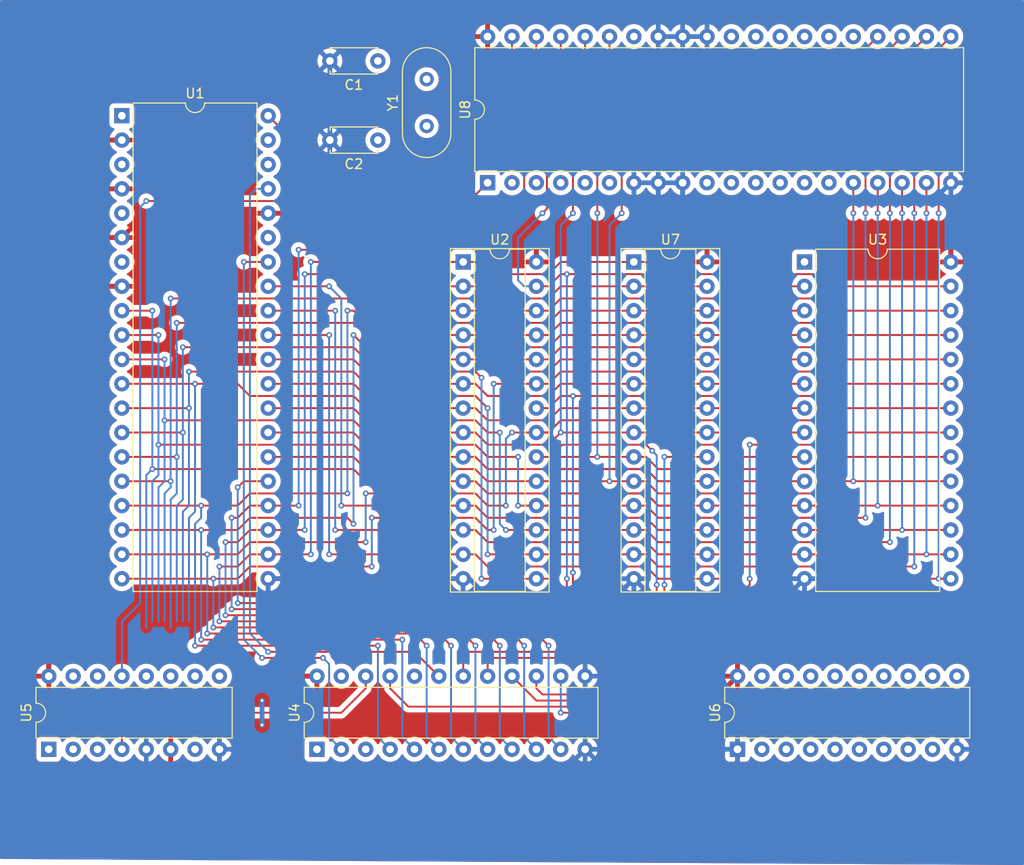
<source format=kicad_pcb>
(kicad_pcb (version 20221018) (generator pcbnew)
  (layers (0 "F.Cu" signal) (31 "B.Cu" signal) (34 "B.Paste" user) (35 "F.Paste" user) (36 "B.SilkS" user "B.Silkscreen") (37 "F.SilkS" user "F.Silkscreen") (38 "B.Mask" user) (39 "F.Mask" user) (44 "Edge.Cuts" user))
  (net 0 "")
  (net 2 "VCC")
  (net 6 "/A0")
  (net 7 "/A1")
  (net 8 "/A2")
  (net 9 "/A3")
  (net 10 "/A4")
  (net 11 "/A5")
  (net 12 "/A6")
  (net 13 "/A7")
  (net 14 "/A8")
  (net 15 "/A9")
  (net 16 "/A10")
  (net 17 "/A11")
  (net 18 "GND")
  (net 19 "/A12")
  (net 20 "/A13")
  (net 21 "/A14")
  (net 22 "/A15")
  (net 23 "/D7")
  (net 24 "/D6")
  (net 25 "/D5")
  (net 26 "/D4")
  (net 27 "/D3")
  (net 28 "/D2")
  (net 29 "/D1")
  (net 30 "/D0")
  (net 31 "/R{slash}~{W}")
  (net 33 "/CLOCK")
  (net 36 "/SYS_CLK")
  (net 37 "/~{RES}")
  (net 38 "/~{CS_RAM0}")
  (net 39 "/~{QOE}")
  (net 40 "/~{QWE_RAM}")
  (net 41 "/~{CS_RAM1}")
  (net 42 "/IO_REQB_02_DISP")
  (net 43 "/~{CS_ROM}")
  (net 44 "/~{IO_SEL}")
  (net 45 "/~{SYS_CLK}")
  (net 46 "/DISP_EN")
  (net 47 "/~{IOEN_00_GPIO0}")
  (net 48 "/~{IOEN_02_UART}")
  (net 49 "/~{IOEN_01_DISP}")
  (net 64 "/UART_X1")
  (net 65 "/UART_X2")
  (footprint "Capacitor_THT:C_Disc_D4.7mm_W2.5mm_P5.00mm" (layer "F.Cu") (at 68.58 34.29 180)
    (fp_text reference "C2")
    (fp_text value "C")
  )
  (footprint "Package_DIP:DIP-28_W7.62mm_Socket" (layer "F.Cu") (at 77.465 46.99)
    (fp_text reference "U2")
    (fp_text value "HM62256BLP")
  )
  (footprint "Capacitor_THT:C_Disc_D4.7mm_W2.5mm_P5.00mm" (layer "F.Cu") (at 68.58 26.035 180)
    (fp_text reference "C1")
    (fp_text value "C")
  )
  (footprint "Crystal:Crystal_HC49-4H_Vertical" (layer "F.Cu") (at 73.66 32.82 90)
    (fp_text reference "Y1")
    (fp_text value "Crystal")
  )
  (footprint "Package_DIP:DIP-28_W15.24mm" (layer "F.Cu") (at 113.025 46.99)
    (fp_text reference "U3")
    (fp_text value "27C512")
  )
  (footprint "Package_DIP:DIP-16_W7.62mm" (layer "F.Cu") (at 34.2925 97.79 90)
    (fp_text reference "U5")
    (fp_text value "74LS138")
  )
  (footprint "Package_DIP:DIP-28_W7.62mm_Socket" (layer "F.Cu") (at 95.245 46.99)
    (fp_text reference "U7")
    (fp_text value "HM62256BLP")
  )
  (footprint "Package_DIP:DIP-20_W7.62mm" (layer "F.Cu") (at 106.045 97.79 90)
    (fp_text reference "U6")
    (fp_text value "74HCT574")
  )
  (footprint "Package_DIP:DIP-40_W15.24mm" (layer "F.Cu") (at 80.01 38.735 90)
    (fp_text reference "U8")
    (fp_text value "R565c52")
  )
  (footprint "Package_DIP:DIP-40_W15.24mm" (layer "F.Cu") (at 41.91 31.75)
    (fp_text reference "U1")
    (fp_text value "W65C02SxP" hide)
  )
  (footprint "Package_DIP:DIP-24_W7.62mm" (layer "F.Cu") (at 62.2325 97.79 90)
    (fp_text reference "U4")
    (fp_text value "PAL20RS10")
  )
  (segment (start 101.6 43.18) (end 102.87 44.45) (width 0.5) (layer "F.Cu") (net 2))
  (segment (start 127.635 43.18) (end 128.27 43.815) (width 0.5) (layer "F.Cu") (net 2))
  (segment (start 57.15 41.91) (end 44.45 41.91) (width 0.5) (layer "F.Cu") (net 2))
  (segment (start 102.865 44.455) (end 102.865 46.99) (width 0.5) (layer "F.Cu") (net 2))
  (segment (start 39.37 29.845) (end 40.005 29.21) (width 0.5) (layer "F.Cu") (net 2))
  (segment (start 40.005 34.29) (end 39.37 34.925) (width 0.5) (layer "F.Cu") (net 2))
  (segment (start 34.925 88.265) (end 54.61 88.265) (width 0.5) (layer "F.Cu") (net 2))
  (segment (start 39.37 38.735) (end 40.005 39.37) (width 0.5) (layer "F.Cu") (net 2))
  (segment (start 40.005 49.53) (end 39.37 50.165) (width 0.5) (layer "F.Cu") (net 2))
  (segment (start 39.37 45.085) (end 39.37 48.895) (width 0.5) (layer "F.Cu") (net 2))
  (segment (start 41.91 34.29) (end 40.005 34.29) (width 0.5) (layer "F.Cu") (net 2))
  (segment (start 57.15 41.91) (end 59.69 41.91) (width 0.5) (layer "F.Cu") (net 2))
  (segment (start 128.27 43.815) (end 128.265 43.82) (width 0.5) (layer "F.Cu") (net 2))
  (segment (start 40.005 44.45) (end 39.37 45.085) (width 0.5) (layer "F.Cu") (net 2))
  (segment (start 39.37 50.165) (end 39.37 50.8) (width 0.5) (layer "F.Cu") (net 2))
  (segment (start 39.37 34.925) (end 39.37 38.735) (width 0.5) (layer "F.Cu") (net 2))
  (segment (start 34.925 85.09) (end 34.2925 85.7225) (width 0.5) (layer "F.Cu") (net 2))
  (segment (start 38.735 85.09) (end 34.925 85.09) (width 0.5) (layer "F.Cu") (net 2))
  (segment (start 104.14 43.18) (end 127.635 43.18) (width 0.5) (layer "F.Cu") (net 2))
  (segment (start 102.87 44.45) (end 102.865 44.455) (width 0.5) (layer "F.Cu") (net 2))
  (segment (start 39.37 48.895) (end 40.005 49.53) (width 0.5) (layer "F.Cu") (net 2))
  (segment (start 85.09 44.45) (end 85.085 44.455) (width 0.5) (layer "F.Cu") (net 2))
  (segment (start 56.515 90.17) (end 56.515 92.71) (width 0.5) (layer "F.Cu") (net 2))
  (segment (start 100.33 95.885) (end 106.045 90.17) (width 0.5) (layer "F.Cu") (net 2))
  (segment (start 83.82 43.18) (end 85.09 44.45) (width 0.5) (layer "F.Cu") (net 2))
  (segment (start 34.2925 90.17) (end 34.2925 88.8975) (width 0.5) (layer "F.Cu") (net 2))
  (segment (start 39.37 50.8) (end 39.37 84.455) (width 0.5) (layer "F.Cu") (net 2))
  (segment (start 60.96 43.18) (end 83.82 43.18) (width 0.5) (layer "F.Cu") (net 2))
  (segment (start 34.2925 88.8975) (end 34.925 88.265) (width 0.5) (layer "F.Cu") (net 2))
  (segment (start 102.87 44.45) (end 104.14 43.18) (width 0.5) (layer "F.Cu") (net 2))
  (segment (start 128.265 43.82) (end 128.265 46.99) (width 0.5) (layer "F.Cu") (net 2))
  (segment (start 85.085 44.455) (end 85.085 46.99) (width 0.5) (layer "F.Cu") (net 2))
  (segment (start 34.2925 85.7225) (end 34.2925 90.17) (width 0.5) (layer "F.Cu") (net 2))
  (segment (start 40.005 39.37) (end 39.37 40.005) (width 0.5) (layer "F.Cu") (net 2))
  (segment (start 54.61 88.265) (end 56.515 90.17) (width 0.5) (layer "F.Cu") (net 2))
  (segment (start 56.515 95.25) (end 57.15 95.885) (width 0.5) (layer "F.Cu") (net 2))
  (segment (start 44.45 41.91) (end 41.91 44.45) (width 0.5) (layer "F.Cu") (net 2))
  (segment (start 86.36 43.18) (end 101.6 43.18) (width 0.5) (layer "F.Cu") (net 2))
  (segment (start 39.37 84.455) (end 38.735 85.09) (width 0.5) (layer "F.Cu") (net 2))
  (segment (start 39.37 43.815) (end 40.005 44.45) (width 0.5) (layer "F.Cu") (net 2))
  (segment (start 85.09 44.45) (end 86.36 43.18) (width 0.5) (layer "F.Cu") (net 2))
  (segment (start 39.37 34.925) (end 39.37 29.845) (width 0.5) (layer "F.Cu") (net 2))
  (segment (start 57.15 95.885) (end 100.33 95.885) (width 0.5) (layer "F.Cu") (net 2))
  (segment (start 56.515 90.17) (end 62.2325 90.17) (width 0.5) (layer "F.Cu") (net 2))
  (segment (start 40.005 49.53) (end 41.91 49.53) (width 0.5) (layer "F.Cu") (net 2))
  (segment (start 40.005 44.45) (end 41.91 44.45) (width 0.5) (layer "F.Cu") (net 2))
  (segment (start 41.91 39.37) (end 40.005 39.37) (width 0.5) (layer "F.Cu") (net 2))
  (segment (start 59.69 41.91) (end 60.96 43.18) (width 0.5) (layer "F.Cu") (net 2))
  (segment (start 39.37 40.005) (end 39.37 43.815) (width 0.5) (layer "F.Cu") (net 2))
  (via (at 56.515 92.71) (size 0.6) (drill 0.3) (layers "F.Cu" "B.Cu") (net 2))
  (via (at 56.515 95.25) (size 0.6) (drill 0.3) (layers "F.Cu" "B.Cu") (net 2))
  (segment (start 56.515 92.71) (end 56.515 95.25) (width 0.5) (layer "B.Cu") (net 2))
  (segment (start 86.36 71.12) (end 80.01 71.12) (width 0.2) (layer "F.Cu") (net 6))
  (segment (start 95.245 69.85) (end 92.71 69.85) (width 0.2) (layer "F.Cu") (net 6))
  (segment (start 87.63 69.85) (end 86.36 71.12) (width 0.2) (layer "F.Cu") (net 6))
  (segment (start 93.98 41.91) (end 93.98 27.94) (width 0.2) (layer "F.Cu") (net 6))
  (segment (start 67.31 69.85) (end 77.465 69.85) (width 0.2) (layer "F.Cu") (net 6))
  (segment (start 92.71 26.67) (end 92.71 23.495) (width 0.2) (layer "F.Cu") (net 6))
  (segment (start 96.52 69.85) (end 95.245 69.85) (width 0.2) (layer "F.Cu") (net 6))
  (segment (start 41.91 52.07) (end 45.085 52.07) (width 0.2) (layer "F.Cu") (net 6))
  (segment (start 66.04 68.58) (end 67.31 69.85) (width 0.2) (layer "F.Cu") (net 6))
  (segment (start 93.98 27.94) (end 92.71 26.67) (width 0.2) (layer "F.Cu") (net 6))
  (segment (start 45.085 68.58) (end 66.04 68.58) (width 0.2) (layer "F.Cu") (net 6))
  (segment (start 78.74 69.85) (end 77.465 69.85) (width 0.2) (layer "F.Cu") (net 6))
  (segment (start 80.01 71.12) (end 78.74 69.85) (width 0.2) (layer "F.Cu") (net 6))
  (segment (start 97.79 71.12) (end 96.52 69.85) (width 0.2) (layer "F.Cu") (net 6))
  (segment (start 92.71 69.85) (end 87.63 69.85) (width 0.2) (layer "F.Cu") (net 6))
  (segment (start 104.14 71.12) (end 97.79 71.12) (width 0.2) (layer "F.Cu") (net 6))
  (segment (start 105.41 69.85) (end 104.14 71.12) (width 0.2) (layer "F.Cu") (net 6))
  (segment (start 113.025 69.85) (end 105.41 69.85) (width 0.2) (layer "F.Cu") (net 6))
  (via (at 93.98 41.91) (size 0.6) (drill 0.3) (layers "F.Cu" "B.Cu") (net 6))
  (via (at 45.085 52.07) (size 0.6) (drill 0.3) (layers "F.Cu" "B.Cu") (net 6))
  (via (at 45.085 68.58) (size 0.6) (drill 0.3) (layers "F.Cu" "B.Cu") (net 6))
  (via (at 92.71 69.85) (size 0.6) (drill 0.3) (layers "F.Cu" "B.Cu") (net 6))
  (segment (start 44.4525 69.2125) (end 44.4525 85.09) (width 0.2) (layer "B.Cu") (net 6))
  (segment (start 45.085 68.58) (end 44.4525 69.2125) (width 0.2) (layer "B.Cu") (net 6))
  (segment (start 93.98 41.91) (end 92.71 43.18) (width 0.2) (layer "B.Cu") (net 6))
  (segment (start 92.71 43.18) (end 92.71 69.85) (width 0.2) (layer "B.Cu") (net 6))
  (segment (start 45.085 52.07) (end 45.085 68.58) (width 0.2) (layer "B.Cu") (net 6))
  (segment (start 86.36 68.58) (end 80.01 68.58) (width 0.2) (layer "F.Cu") (net 7))
  (segment (start 97.79 68.58) (end 96.52 67.31) (width 0.2) (layer "F.Cu") (net 7))
  (segment (start 41.91 54.61) (end 45.72 54.61) (width 0.2) (layer "F.Cu") (net 7))
  (segment (start 91.44 67.31) (end 87.63 67.31) (width 0.2) (layer "F.Cu") (net 7))
  (segment (start 105.41 67.31) (end 104.14 68.58) (width 0.2) (layer "F.Cu") (net 7))
  (segment (start 45.72 66.04) (end 66.04 66.04) (width 0.2) (layer "F.Cu") (net 7))
  (segment (start 67.31 67.31) (end 77.465 67.31) (width 0.2) (layer "F.Cu") (net 7))
  (segment (start 80.01 68.58) (end 78.74 67.31) (width 0.2) (layer "F.Cu") (net 7))
  (segment (start 78.74 67.31) (end 77.465 67.31) (width 0.2) (layer "F.Cu") (net 7))
  (segment (start 91.44 41.91) (end 91.44 27.94) (width 0.2) (layer "F.Cu") (net 7))
  (segment (start 87.63 67.31) (end 86.36 68.58) (width 0.2) (layer "F.Cu") (net 7))
  (segment (start 95.245 67.31) (end 91.44 67.31) (width 0.2) (layer "F.Cu") (net 7))
  (segment (start 96.52 67.31) (end 95.245 67.31) (width 0.2) (layer "F.Cu") (net 7))
  (segment (start 66.04 66.04) (end 67.31 67.31) (width 0.2) (layer "F.Cu") (net 7))
  (segment (start 91.44 27.94) (end 90.17 26.67) (width 0.2) (layer "F.Cu") (net 7))
  (segment (start 104.14 68.58) (end 97.79 68.58) (width 0.2) (layer "F.Cu") (net 7))
  (segment (start 113.025 67.31) (end 105.41 67.31) (width 0.2) (layer "F.Cu") (net 7))
  (segment (start 90.17 26.67) (end 90.17 23.495) (width 0.2) (layer "F.Cu") (net 7))
  (via (at 45.72 54.61) (size 0.6) (drill 0.3) (layers "F.Cu" "B.Cu") (net 7))
  (via (at 91.44 41.91) (size 0.6) (drill 0.3) (layers "F.Cu" "B.Cu") (net 7))
  (via (at 45.72 66.04) (size 0.6) (drill 0.3) (layers "F.Cu" "B.Cu") (net 7))
  (via (at 91.44 67.31) (size 0.6) (drill 0.3) (layers "F.Cu" "B.Cu") (net 7))
  (segment (start 45.72 66.04) (end 45.72 69.2175) (width 0.2) (layer "B.Cu") (net 7))
  (segment (start 91.44 41.91) (end 91.44 67.31) (width 0.2) (layer "B.Cu") (net 7))
  (segment (start 45.72 69.2175) (end 45.0875 69.85) (width 0.2) (layer "B.Cu") (net 7))
  (segment (start 45.0875 69.85) (end 45.0875 84.455) (width 0.2) (layer "B.Cu") (net 7))
  (segment (start 45.72 54.61) (end 45.72 66.04) (width 0.2) (layer "B.Cu") (net 7))
  (segment (start 87.63 26.67) (end 87.63 23.495) (width 0.2) (layer "F.Cu") (net 8))
  (segment (start 97.79 66.04) (end 96.52 64.77) (width 0.2) (layer "F.Cu") (net 8))
  (segment (start 86.36 66.04) (end 80.01 66.04) (width 0.2) (layer "F.Cu") (net 8))
  (segment (start 41.91 57.15) (end 46.355 57.15) (width 0.2) (layer "F.Cu") (net 8))
  (segment (start 67.31 64.77) (end 77.465 64.77) (width 0.2) (layer "F.Cu") (net 8))
  (segment (start 46.355 63.5) (end 66.04 63.5) (width 0.2) (layer "F.Cu") (net 8))
  (segment (start 96.52 64.77) (end 95.245 64.77) (width 0.2) (layer "F.Cu") (net 8))
  (segment (start 87.63 64.77) (end 86.36 66.04) (width 0.2) (layer "F.Cu") (net 8))
  (segment (start 88.9 41.91) (end 88.9 27.94) (width 0.2) (layer "F.Cu") (net 8))
  (segment (start 95.245 64.77) (end 87.63 64.77) (width 0.2) (layer "F.Cu") (net 8))
  (segment (start 113.025 64.77) (end 105.41 64.77) (width 0.2) (layer "F.Cu") (net 8))
  (segment (start 88.9 27.94) (end 87.63 26.67) (width 0.2) (layer "F.Cu") (net 8))
  (segment (start 80.01 66.04) (end 78.74 64.77) (width 0.2) (layer "F.Cu") (net 8))
  (segment (start 66.04 63.5) (end 67.31 64.77) (width 0.2) (layer "F.Cu") (net 8))
  (segment (start 78.74 64.77) (end 77.465 64.77) (width 0.2) (layer "F.Cu") (net 8))
  (segment (start 105.41 64.77) (end 104.14 66.04) (width 0.2) (layer "F.Cu") (net 8))
  (segment (start 104.14 66.04) (end 97.79 66.04) (width 0.2) (layer "F.Cu") (net 8))
  (via (at 87.63 64.77) (size 0.6) (drill 0.3) (layers "F.Cu" "B.Cu") (net 8))
  (via (at 46.355 63.5) (size 0.6) (drill 0.3) (layers "F.Cu" "B.Cu") (net 8))
  (via (at 46.355 57.15) (size 0.6) (drill 0.3) (layers "F.Cu" "B.Cu") (net 8))
  (via (at 88.9 41.91) (size 0.6) (drill 0.3) (layers "F.Cu" "B.Cu") (net 8))
  (segment (start 88.9 41.91) (end 87.63 43.18) (width 0.2) (layer "B.Cu") (net 8))
  (segment (start 46.355 69.8525) (end 45.7225 70.485) (width 0.2) (layer "B.Cu") (net 8))
  (segment (start 46.355 57.15) (end 46.355 63.5) (width 0.2) (layer "B.Cu") (net 8))
  (segment (start 87.63 43.18) (end 87.63 64.77) (width 0.2) (layer "B.Cu") (net 8))
  (segment (start 46.355 63.5) (end 46.355 69.8525) (width 0.2) (layer "B.Cu") (net 8))
  (segment (start 45.7225 70.485) (end 45.7225 84.455) (width 0.2) (layer "B.Cu") (net 8))
  (segment (start 104.14 63.5) (end 97.79 63.5) (width 0.2) (layer "F.Cu") (net 9))
  (segment (start 78.74 62.23) (end 77.465 62.23) (width 0.2) (layer "F.Cu") (net 9))
  (segment (start 41.91 59.69) (end 53.975 59.69) (width 0.2) (layer "F.Cu") (net 9))
  (segment (start 113.025 62.23) (end 105.41 62.23) (width 0.2) (layer "F.Cu") (net 9))
  (segment (start 80.01 63.5) (end 78.74 62.23) (width 0.2) (layer "F.Cu") (net 9))
  (segment (start 66.04 60.96) (end 67.31 62.23) (width 0.2) (layer "F.Cu") (net 9))
  (segment (start 96.52 62.23) (end 95.245 62.23) (width 0.2) (layer "F.Cu") (net 9))
  (segment (start 55.245 60.96) (end 66.04 60.96) (width 0.2) (layer "F.Cu") (net 9))
  (segment (start 87.63 62.23) (end 86.36 63.5) (width 0.2) (layer "F.Cu") (net 9))
  (segment (start 105.41 62.23) (end 104.14 63.5) (width 0.2) (layer "F.Cu") (net 9))
  (segment (start 86.36 63.5) (end 80.01 63.5) (width 0.2) (layer "F.Cu") (net 9))
  (segment (start 53.975 59.69) (end 55.245 60.96) (width 0.2) (layer "F.Cu") (net 9))
  (segment (start 97.79 63.5) (end 96.52 62.23) (width 0.2) (layer "F.Cu") (net 9))
  (segment (start 67.31 62.23) (end 77.465 62.23) (width 0.2) (layer "F.Cu") (net 9))
  (segment (start 95.245 62.23) (end 87.63 62.23) (width 0.2) (layer "F.Cu") (net 9))
  (via (at 49.5325 59.69) (size 0.6) (drill 0.3) (layers "F.Cu" "B.Cu") (net 9))
  (segment (start 48.8975 73.66) (end 48.8975 84.455) (width 0.2) (layer "B.Cu") (net 9))
  (segment (start 49.5325 73.025) (end 48.8975 73.66) (width 0.2) (layer "B.Cu") (net 9))
  (segment (start 49.5325 59.69) (end 49.5325 73.025) (width 0.2) (layer "B.Cu") (net 9))
  (segment (start 95.245 59.69) (end 87.63 59.69) (width 0.2) (layer "F.Cu") (net 10))
  (segment (start 87.63 59.69) (end 86.36 60.96) (width 0.2) (layer "F.Cu") (net 10))
  (segment (start 105.41 59.69) (end 104.14 60.96) (width 0.2) (layer "F.Cu") (net 10))
  (segment (start 113.025 59.69) (end 105.41 59.69) (width 0.2) (layer "F.Cu") (net 10))
  (segment (start 41.91 62.23) (end 48.895 62.23) (width 0.2) (layer "F.Cu") (net 10))
  (segment (start 78.74 59.69) (end 77.465 59.69) (width 0.2) (layer "F.Cu") (net 10))
  (segment (start 86.36 60.96) (end 80.01 60.96) (width 0.2) (layer "F.Cu") (net 10))
  (segment (start 80.01 60.96) (end 78.74 59.69) (width 0.2) (layer "F.Cu") (net 10))
  (segment (start 48.895 58.42) (end 66.04 58.42) (width 0.2) (layer "F.Cu") (net 10))
  (segment (start 66.04 58.42) (end 67.31 59.69) (width 0.2) (layer "F.Cu") (net 10))
  (segment (start 67.31 59.69) (end 77.465 59.69) (width 0.2) (layer "F.Cu") (net 10))
  (segment (start 97.79 60.96) (end 96.52 59.69) (width 0.2) (layer "F.Cu") (net 10))
  (segment (start 96.52 59.69) (end 95.245 59.69) (width 0.2) (layer "F.Cu") (net 10))
  (segment (start 104.14 60.96) (end 97.79 60.96) (width 0.2) (layer "F.Cu") (net 10))
  (via (at 48.895 58.42) (size 0.6) (drill 0.3) (layers "F.Cu" "B.Cu") (net 10))
  (via (at 48.895 62.23) (size 0.6) (drill 0.3) (layers "F.Cu" "B.Cu") (net 10))
  (segment (start 48.895 62.23) (end 48.895 72.3925) (width 0.2) (layer "B.Cu") (net 10))
  (segment (start 48.895 72.3925) (end 48.2625 73.025) (width 0.2) (layer "B.Cu") (net 10))
  (segment (start 48.895 62.23) (end 48.895 58.42) (width 0.2) (layer "B.Cu") (net 10))
  (segment (start 48.2625 73.025) (end 48.2625 84.455) (width 0.2) (layer "B.Cu") (net 10))
  (segment (start 96.52 57.15) (end 95.245 57.15) (width 0.2) (layer "F.Cu") (net 11))
  (segment (start 80.01 58.42) (end 78.74 57.15) (width 0.2) (layer "F.Cu") (net 11))
  (segment (start 78.74 57.15) (end 77.465 57.15) (width 0.2) (layer "F.Cu") (net 11))
  (segment (start 86.36 58.42) (end 80.01 58.42) (width 0.2) (layer "F.Cu") (net 11))
  (segment (start 66.04 55.88) (end 67.31 57.15) (width 0.2) (layer "F.Cu") (net 11))
  (segment (start 105.41 57.15) (end 104.14 58.42) (width 0.2) (layer "F.Cu") (net 11))
  (segment (start 48.26 55.88) (end 66.04 55.88) (width 0.2) (layer "F.Cu") (net 11))
  (segment (start 67.31 57.15) (end 77.465 57.15) (width 0.2) (layer "F.Cu") (net 11))
  (segment (start 41.91 64.77) (end 48.26 64.77) (width 0.2) (layer "F.Cu") (net 11))
  (segment (start 95.245 57.15) (end 87.63 57.15) (width 0.2) (layer "F.Cu") (net 11))
  (segment (start 87.63 57.15) (end 86.36 58.42) (width 0.2) (layer "F.Cu") (net 11))
  (segment (start 97.79 58.42) (end 96.52 57.15) (width 0.2) (layer "F.Cu") (net 11))
  (segment (start 113.025 57.15) (end 105.41 57.15) (width 0.2) (layer "F.Cu") (net 11))
  (segment (start 104.14 58.42) (end 97.79 58.42) (width 0.2) (layer "F.Cu") (net 11))
  (via (at 48.26 64.77) (size 0.6) (drill 0.3) (layers "F.Cu" "B.Cu") (net 11))
  (via (at 48.26 55.88) (size 0.6) (drill 0.3) (layers "F.Cu" "B.Cu") (net 11))
  (segment (start 47.6275 72.39) (end 47.6275 84.455) (width 0.2) (layer "B.Cu") (net 11))
  (segment (start 48.26 64.77) (end 48.26 71.7575) (width 0.2) (layer "B.Cu") (net 11))
  (segment (start 48.26 71.7575) (end 47.6275 72.39) (width 0.2) (layer "B.Cu") (net 11))
  (segment (start 48.26 64.77) (end 48.26 55.88) (width 0.2) (layer "B.Cu") (net 11))
  (segment (start 78.74 54.61) (end 77.465 54.61) (width 0.2) (layer "F.Cu") (net 12))
  (segment (start 47.625 53.34) (end 66.04 53.34) (width 0.2) (layer "F.Cu") (net 12))
  (segment (start 66.04 53.34) (end 67.31 54.61) (width 0.2) (layer "F.Cu") (net 12))
  (segment (start 95.245 54.61) (end 87.63 54.61) (width 0.2) (layer "F.Cu") (net 12))
  (segment (start 80.01 55.88) (end 78.74 54.61) (width 0.2) (layer "F.Cu") (net 12))
  (segment (start 67.31 54.61) (end 77.465 54.61) (width 0.2) (layer "F.Cu") (net 12))
  (segment (start 41.91 67.31) (end 47.625 67.31) (width 0.2) (layer "F.Cu") (net 12))
  (segment (start 104.14 55.88) (end 97.79 55.88) (width 0.2) (layer "F.Cu") (net 12))
  (segment (start 96.52 54.61) (end 95.245 54.61) (width 0.2) (layer "F.Cu") (net 12))
  (segment (start 105.41 54.61) (end 104.14 55.88) (width 0.2) (layer "F.Cu") (net 12))
  (segment (start 113.025 54.61) (end 105.41 54.61) (width 0.2) (layer "F.Cu") (net 12))
  (segment (start 97.79 55.88) (end 96.52 54.61) (width 0.2) (layer "F.Cu") (net 12))
  (segment (start 87.63 54.61) (end 86.36 55.88) (width 0.2) (layer "F.Cu") (net 12))
  (segment (start 86.36 55.88) (end 80.01 55.88) (width 0.2) (layer "F.Cu") (net 12))
  (via (at 47.625 67.31) (size 0.6) (drill 0.3) (layers "F.Cu" "B.Cu") (net 12))
  (via (at 47.625 53.34) (size 0.6) (drill 0.3) (layers "F.Cu" "B.Cu") (net 12))
  (segment (start 47.625 71.1225) (end 46.9925 71.755) (width 0.2) (layer "B.Cu") (net 12))
  (segment (start 46.9925 71.755) (end 46.9925 85.09) (width 0.2) (layer "B.Cu") (net 12))
  (segment (start 47.625 67.31) (end 47.625 53.34) (width 0.2) (layer "B.Cu") (net 12))
  (segment (start 47.625 67.31) (end 47.625 71.1225) (width 0.2) (layer "B.Cu") (net 12))
  (segment (start 87.63 52.07) (end 86.36 53.34) (width 0.2) (layer "F.Cu") (net 13))
  (segment (start 113.025 52.07) (end 105.41 52.07) (width 0.2) (layer "F.Cu") (net 13))
  (segment (start 96.52 52.07) (end 95.245 52.07) (width 0.2) (layer "F.Cu") (net 13))
  (segment (start 86.36 53.34) (end 80.01 53.34) (width 0.2) (layer "F.Cu") (net 13))
  (segment (start 78.74 52.07) (end 77.465 52.07) (width 0.2) (layer "F.Cu") (net 13))
  (segment (start 46.99 50.8) (end 66.04 50.8) (width 0.2) (layer "F.Cu") (net 13))
  (segment (start 97.79 53.34) (end 96.52 52.07) (width 0.2) (layer "F.Cu") (net 13))
  (segment (start 66.04 50.8) (end 67.31 52.07) (width 0.2) (layer "F.Cu") (net 13))
  (segment (start 95.245 52.07) (end 87.63 52.07) (width 0.2) (layer "F.Cu") (net 13))
  (segment (start 41.91 69.85) (end 46.99 69.85) (width 0.2) (layer "F.Cu") (net 13))
  (segment (start 105.41 52.07) (end 104.14 53.34) (width 0.2) (layer "F.Cu") (net 13))
  (segment (start 67.31 52.07) (end 77.465 52.07) (width 0.2) (layer "F.Cu") (net 13))
  (segment (start 80.01 53.34) (end 78.74 52.07) (width 0.2) (layer "F.Cu") (net 13))
  (segment (start 104.14 53.34) (end 97.79 53.34) (width 0.2) (layer "F.Cu") (net 13))
  (via (at 46.99 69.85) (size 0.6) (drill 0.3) (layers "F.Cu" "B.Cu") (net 13))
  (via (at 46.99 50.8) (size 0.6) (drill 0.3) (layers "F.Cu" "B.Cu") (net 13))
  (segment (start 46.99 69.85) (end 46.99 50.8) (width 0.2) (layer "B.Cu") (net 13))
  (segment (start 46.3575 71.12) (end 46.3575 84.455) (width 0.2) (layer "B.Cu") (net 13))
  (segment (start 46.99 69.85) (end 46.99 70.4875) (width 0.2) (layer "B.Cu") (net 13))
  (segment (start 46.99 70.4875) (end 46.3575 71.12) (width 0.2) (layer "B.Cu") (net 13))
  (segment (start 78.74 53.34) (end 80.01 54.61) (width 0.2) (layer "F.Cu") (net 14))
  (segment (start 41.91 72.39) (end 53.975 72.39) (width 0.2) (layer "F.Cu") (net 14))
  (segment (start 80.01 54.61) (end 85.085 54.61) (width 0.2) (layer "F.Cu") (net 14))
  (segment (start 114.305 53.34) (end 105.415 53.34) (width 0.2) (layer "F.Cu") (net 14))
  (segment (start 85.085 54.61) (end 85.09 54.61) (width 0.2) (layer "F.Cu") (net 14))
  (segment (start 66.04 52.07) (end 67.31 53.34) (width 0.2) (layer "F.Cu") (net 14))
  (segment (start 96.525 53.34) (end 87.635 53.34) (width 0.2) (layer "F.Cu") (net 14))
  (segment (start 86.365 54.61) (end 85.09 54.61) (width 0.2) (layer "F.Cu") (net 14))
  (segment (start 102.87 54.61) (end 97.795 54.61) (width 0.2) (layer "F.Cu") (net 14))
  (segment (start 115.575 54.61) (end 114.305 53.34) (width 0.2) (layer "F.Cu") (net 14))
  (segment (start 65.4075 86.995) (end 68.5825 86.995) (width 0.2) (layer "F.Cu") (net 14))
  (segment (start 49.5325 86.995) (end 65.4075 86.995) (width 0.2) (layer "F.Cu") (net 14))
  (segment (start 67.31 53.34) (end 78.74 53.34) (width 0.2) (layer "F.Cu") (net 14))
  (segment (start 87.635 53.34) (end 86.365 54.61) (width 0.2) (layer "F.Cu") (net 14))
  (segment (start 65.405 52.07) (end 66.04 52.07) (width 0.2) (layer "F.Cu") (net 14))
  (segment (start 53.975 72.39) (end 55.245 71.12) (width 0.2) (layer "F.Cu") (net 14))
  (segment (start 105.415 53.34) (end 104.145 54.61) (width 0.2) (layer "F.Cu") (net 14))
  (segment (start 97.795 54.61) (end 96.525 53.34) (width 0.2) (layer "F.Cu") (net 14))
  (segment (start 55.245 71.12) (end 65.405 71.12) (width 0.2) (layer "F.Cu") (net 14))
  (segment (start 128.27 54.61) (end 115.575 54.61) (width 0.2) (layer "F.Cu") (net 14))
  (segment (start 104.145 54.61) (end 102.87 54.61) (width 0.2) (layer "F.Cu") (net 14))
  (via (at 50.1675 72.39) (size 0.6) (drill 0.3) (layers "F.Cu" "B.Cu") (net 14))
  (via (at 68.5825 86.995) (size 0.6) (drill 0.3) (layers "F.Cu" "B.Cu") (net 14))
  (via (at 65.405 71.12) (size 0.6) (drill 0.3) (layers "F.Cu" "B.Cu") (net 14))
  (via (at 49.5325 86.995) (size 0.6) (drill 0.3) (layers "F.Cu" "B.Cu") (net 14))
  (via (at 65.405 52.07) (size 0.6) (drill 0.3) (layers "F.Cu" "B.Cu") (net 14))
  (segment (start 68.5825 86.995) (end 68.5825 96.52) (width 0.2) (layer "B.Cu") (net 14))
  (segment (start 65.405 71.12) (end 65.405 52.07) (width 0.2) (layer "B.Cu") (net 14))
  (segment (start 49.5325 84.455) (end 49.5325 86.995) (width 0.2) (layer "B.Cu") (net 14))
  (segment (start 50.1675 73.66) (end 49.5325 74.295) (width 0.2) (layer "B.Cu") (net 14))
  (segment (start 68.5825 96.52) (end 69.8525 97.79) (width 0.2) (layer "B.Cu") (net 14))
  (segment (start 49.5325 74.295) (end 49.5325 84.455) (width 0.2) (layer "B.Cu") (net 14))
  (segment (start 50.1675 72.39) (end 50.1675 73.66) (width 0.2) (layer "B.Cu") (net 14))
  (segment (start 128.27 57.15) (end 115.575 57.15) (width 0.2) (layer "F.Cu") (net 15))
  (segment (start 80.01 57.15) (end 85.085 57.15) (width 0.2) (layer "F.Cu") (net 15))
  (segment (start 115.575 57.15) (end 114.305 55.88) (width 0.2) (layer "F.Cu") (net 15))
  (segment (start 55.245 73.66) (end 65.405 73.66) (width 0.2) (layer "F.Cu") (net 15))
  (segment (start 105.415 55.88) (end 104.145 57.15) (width 0.2) (layer "F.Cu") (net 15))
  (segment (start 41.91 74.93) (end 53.975 74.93) (width 0.2) (layer "F.Cu") (net 15))
  (segment (start 114.305 55.88) (end 105.415 55.88) (width 0.2) (layer "F.Cu") (net 15))
  (segment (start 104.145 57.15) (end 102.87 57.15) (width 0.2) (layer "F.Cu") (net 15))
  (segment (start 53.975 74.93) (end 55.245 73.66) (width 0.2) (layer "F.Cu") (net 15))
  (segment (start 65.405 73.66) (end 66.04 74.295) (width 0.2) (layer "F.Cu") (net 15))
  (segment (start 87.635 55.88) (end 86.365 57.15) (width 0.2) (layer "F.Cu") (net 15))
  (segment (start 86.365 57.15) (end 85.09 57.15) (width 0.2) (layer "F.Cu") (net 15))
  (segment (start 78.74 55.88) (end 80.01 57.15) (width 0.2) (layer "F.Cu") (net 15))
  (segment (start 66.04 54.61) (end 67.31 55.88) (width 0.2) (layer "F.Cu") (net 15))
  (segment (start 67.31 55.88) (end 78.74 55.88) (width 0.2) (layer "F.Cu") (net 15))
  (segment (start 96.525 55.88) (end 87.635 55.88) (width 0.2) (layer "F.Cu") (net 15))
  (segment (start 70.4875 86.36) (end 71.1225 86.36) (width 0.2) (layer "F.Cu") (net 15))
  (segment (start 97.795 57.15) (end 96.525 55.88) (width 0.2) (layer "F.Cu") (net 15))
  (segment (start 102.87 57.15) (end 97.795 57.15) (width 0.2) (layer "F.Cu") (net 15))
  (segment (start 50.1675 86.36) (end 70.4875 86.36) (width 0.2) (layer "F.Cu") (net 15))
  (via (at 66.04 74.295) (size 0.6) (drill 0.3) (layers "F.Cu" "B.Cu") (net 15))
  (via (at 50.1675 74.93) (size 0.6) (drill 0.3) (layers "F.Cu" "B.Cu") (net 15))
  (via (at 71.1225 86.36) (size 0.6) (drill 0.3) (layers "F.Cu" "B.Cu") (net 15))
  (via (at 66.04 54.61) (size 0.6) (drill 0.3) (layers "F.Cu" "B.Cu") (net 15))
  (via (at 50.1675 86.36) (size 0.6) (drill 0.3) (layers "F.Cu" "B.Cu") (net 15))
  (segment (start 71.1225 86.36) (end 71.1225 96.52) (width 0.2) (layer "B.Cu") (net 15))
  (segment (start 66.04 74.295) (end 66.04 54.61) (width 0.2) (layer "B.Cu") (net 15))
  (segment (start 50.1675 74.93) (end 50.1675 84.455) (width 0.2) (layer "B.Cu") (net 15))
  (segment (start 71.1225 96.52) (end 72.3925 97.79) (width 0.2) (layer "B.Cu") (net 15))
  (segment (start 50.1675 84.455) (end 50.1675 86.36) (width 0.2) (layer "B.Cu") (net 15))
  (segment (start 72.3925 85.725) (end 50.8025 85.725) (width 0.2) (layer "F.Cu") (net 16))
  (segment (start 53.9775 77.47) (end 41.91 77.47) (width 0.2) (layer "F.Cu") (net 16))
  (segment (start 102.87 64.77) (end 97.795 64.77) (width 0.2) (layer "F.Cu") (net 16))
  (segment (start 104.145 64.77) (end 102.87 64.77) (width 0.2) (layer "F.Cu") (net 16))
  (segment (start 105.415 63.5) (end 104.145 64.77) (width 0.2) (layer "F.Cu") (net 16))
  (segment (start 87.635 63.5) (end 86.365 64.77) (width 0.2) (layer "F.Cu") (net 16))
  (segment (start 96.525 63.5) (end 87.635 63.5) (width 0.2) (layer "F.Cu") (net 16))
  (segment (start 128.27 64.77) (end 115.575 64.77) (width 0.2) (layer "F.Cu") (net 16))
  (segment (start 102.87 64.77) (end 97.795 64.77) (width 0.2) (layer "F.Cu") (net 16))
  (segment (start 86.365 64.77) (end 85.09 64.77) (width 0.2) (layer "F.Cu") (net 16))
  (segment (start 80.01 72.39) (end 78.74 71.12) (width 0.2) (layer "F.Cu") (net 16))
  (segment (start 86.365 64.77) (end 85.09 64.77) (width 0.2) (layer "F.Cu") (net 16))
  (segment (start 73.6625 86.995) (end 72.3925 85.725) (width 0.2) (layer "F.Cu") (net 16))
  (segment (start 55.2475 76.2) (end 53.9775 77.47) (width 0.2) (layer "F.Cu") (net 16))
  (segment (start 114.305 63.5) (end 105.415 63.5) (width 0.2) (layer "F.Cu") (net 16))
  (segment (start 96.525 63.5) (end 87.635 63.5) (width 0.2) (layer "F.Cu") (net 16))
  (segment (start 115.575 64.77) (end 114.305 63.5) (width 0.2) (layer "F.Cu") (net 16))
  (segment (start 87.635 63.5) (end 86.365 64.77) (width 0.2) (layer "F.Cu") (net 16))
  (segment (start 97.795 64.77) (end 96.525 63.5) (width 0.2) (layer "F.Cu") (net 16))
  (segment (start 67.31 76.2) (end 55.2475 76.2) (width 0.2) (layer "F.Cu") (net 16))
  (segment (start 97.795 64.77) (end 96.525 63.5) (width 0.2) (layer "F.Cu") (net 16))
  (segment (start 78.74 71.12) (end 67.31 71.12) (width 0.2) (layer "F.Cu") (net 16))
  (segment (start 81.915 72.39) (end 80.01 72.39) (width 0.2) (layer "F.Cu") (net 16))
  (segment (start 85.085 64.77) (end 82.55 64.77) (width 0.2) (layer "F.Cu") (net 16))
  (via (at 73.6625 86.995) (size 0.6) (drill 0.3) (layers "F.Cu" "B.Cu") (net 16))
  (via (at 82.55 64.77) (size 0.6) (drill 0.3) (layers "F.Cu" "B.Cu") (net 16))
  (via (at 50.8025 77.47) (size 0.6) (drill 0.3) (layers "F.Cu" "B.Cu") (net 16))
  (via (at 67.31 76.2) (size 0.6) (drill 0.3) (layers "F.Cu" "B.Cu") (net 16))
  (via (at 67.31 71.12) (size 0.6) (drill 0.3) (layers "F.Cu" "B.Cu") (net 16))
  (via (at 81.915 72.39) (size 0.6) (drill 0.3) (layers "F.Cu" "B.Cu") (net 16))
  (via (at 50.8025 85.725) (size 0.6) (drill 0.3) (layers "F.Cu" "B.Cu") (net 16))
  (segment (start 73.6625 86.995) (end 73.6625 96.52) (width 0.2) (layer "B.Cu") (net 16))
  (segment (start 73.6625 96.52) (end 74.9325 97.79) (width 0.2) (layer "B.Cu") (net 16))
  (segment (start 50.8025 84.455) (end 50.8025 85.725) (width 0.2) (layer "B.Cu") (net 16))
  (segment (start 81.915 65.405) (end 81.915 72.39) (width 0.2) (layer "B.Cu") (net 16))
  (segment (start 50.8025 77.47) (end 50.8025 84.455) (width 0.2) (layer "B.Cu") (net 16))
  (segment (start 67.31 71.12) (end 67.31 76.2) (width 0.2) (layer "B.Cu") (net 16))
  (segment (start 82.55 64.77) (end 81.915 65.405) (width 0.2) (layer "B.Cu") (net 16))
  (segment (start 67.945 78.74) (end 55.2475 78.74) (width 0.2) (layer "F.Cu") (net 17))
  (segment (start 55.2475 78.74) (end 53.9775 80.01) (width 0.2) (layer "F.Cu") (net 17))
  (segment (start 53.9775 80.01) (end 41.91 80.01) (width 0.2) (layer "F.Cu") (net 17))
  (segment (start 74.2975 85.09) (end 51.4375 85.09) (width 0.2) (layer "F.Cu") (net 17))
  (segment (start 114.305 58.42) (end 115.575 59.69) (width 0.2) (layer "F.Cu") (net 17))
  (segment (start 85.085 59.69) (end 86.365 59.69) (width 0.2) (layer "F.Cu") (net 17))
  (segment (start 76.2025 86.995) (end 74.2975 85.09) (width 0.2) (layer "F.Cu") (net 17))
  (segment (start 105.415 58.42) (end 114.305 58.42) (width 0.2) (layer "F.Cu") (net 17))
  (segment (start 115.575 59.69) (end 128.27 59.69) (width 0.2) (layer "F.Cu") (net 17))
  (segment (start 96.525 58.42) (end 97.795 59.69) (width 0.2) (layer "F.Cu") (net 17))
  (segment (start 80.645 74.93) (end 80.01 74.93) (width 0.2) (layer "F.Cu") (net 17))
  (segment (start 86.365 59.69) (end 87.635 58.42) (width 0.2) (layer "F.Cu") (net 17))
  (segment (start 78.74 73.66) (end 67.945 73.66) (width 0.2) (layer "F.Cu") (net 17))
  (segment (start 80.01 74.93) (end 78.74 73.66) (width 0.2) (layer "F.Cu") (net 17))
  (segment (start 85.085 59.69) (end 80.645 59.69) (width 0.2) (layer "F.Cu") (net 17))
  (segment (start 87.635 58.42) (end 96.525 58.42) (width 0.2) (layer "F.Cu") (net 17))
  (segment (start 97.795 59.69) (end 104.145 59.69) (width 0.2) (layer "F.Cu") (net 17))
  (segment (start 104.145 59.69) (end 105.415 58.42) (width 0.2) (layer "F.Cu") (net 17))
  (via (at 51.4375 85.09) (size 0.6) (drill 0.3) (layers "F.Cu" "B.Cu") (net 17))
  (via (at 67.945 78.74) (size 0.6) (drill 0.3) (layers "F.Cu" "B.Cu") (net 17))
  (via (at 80.645 59.69) (size 0.6) (drill 0.3) (layers "F.Cu" "B.Cu") (net 17))
  (via (at 76.2025 86.995) (size 0.6) (drill 0.3) (layers "F.Cu" "B.Cu") (net 17))
  (via (at 51.4375 80.01) (size 0.6) (drill 0.3) (layers "F.Cu" "B.Cu") (net 17))
  (via (at 80.645 74.93) (size 0.6) (drill 0.3) (layers "F.Cu" "B.Cu") (net 17))
  (via (at 67.945 73.66) (size 0.6) (drill 0.3) (layers "F.Cu" "B.Cu") (net 17))
  (segment (start 76.2025 86.995) (end 76.2025 96.52) (width 0.2) (layer "B.Cu") (net 17))
  (segment (start 80.645 59.69) (end 80.645 74.93) (width 0.2) (layer "B.Cu") (net 17))
  (segment (start 67.945 73.66) (end 67.945 78.74) (width 0.2) (layer "B.Cu") (net 17))
  (segment (start 51.4375 80.01) (end 51.4375 83.82) (width 0.2) (layer "B.Cu") (net 17))
  (segment (start 76.2025 96.52) (end 77.4725 97.79) (width 0.2) (layer "B.Cu") (net 17))
  (segment (start 51.4375 83.82) (end 51.4375 85.09) (width 0.2) (layer "B.Cu") (net 17))
  (segment (start 63.58 34.29) (end 63.58 38.1) (width 0.5) (layer "B.Cu") (net 18))
  (segment (start 63.58 38.1) (end 63.58 38.18) (width 0.5) (layer "B.Cu") (net 18))
  (segment (start 95.25 80.01) (end 97.155 81.915) (width 0.5) (layer "B.Cu") (net 18))
  (segment (start 100.33 81.915) (end 100.33 40.64) (width 0.5) (layer "B.Cu") (net 18))
  (segment (start 97.155 81.915) (end 100.33 81.915) (width 0.5) (layer "B.Cu") (net 18))
  (segment (start 59.055 99.695) (end 88.2675 99.695) (width 0.5) (layer "B.Cu") (net 18))
  (segment (start 93.345 99.695) (end 93.345 81.92) (width 0.5) (layer "B.Cu") (net 18))
  (segment (start 59.055 80.01) (end 73.66 80.01) (width 0.5) (layer "B.Cu") (net 18))
  (segment (start 59.055 99.695) (end 59.055 80.01) (width 0.5) (layer "B.Cu") (net 18))
  (segment (start 110.49 81.915) (end 111.12 81.915) (width 0.5) (layer "B.Cu") (net 18))
  (segment (start 53.3425 97.79) (end 55.2475 99.695) (width 0.5) (layer "B.Cu") (net 18))
  (segment (start 66.04 40.64) (end 73.66 40.64) (width 0.5) (layer "B.Cu") (net 18))
  (segment (start 97.79 38.735) (end 97.79 40.64) (width 0.5) (layer "B.Cu") (net 18))
  (segment (start 78.105 80.01) (end 80.01 81.915) (width 0.5) (layer "B.Cu") (net 18))
  (segment (start 93.34 81.915) (end 95.245 80.01) (width 0.5) (layer "B.Cu") (net 18))
  (segment (start 95.25 38.735) (end 95.25 40.64) (width 0.5) (layer "B.Cu") (net 18))
  (segment (start 92.075 99.695) (end 105.41 99.695) (width 0.5) (layer "B.Cu") (net 18))
  (segment (start 92.075 81.915) (end 93.34 81.915) (width 0.5) (layer "B.Cu") (net 18))
  (segment (start 59.055 80.01) (end 59.055 42.625) (width 0.5) (layer "B.Cu") (net 18))
  (segment (start 95.245 80.01) (end 95.25 80.01) (width 0.5) (layer "B.Cu") (net 18))
  (segment (start 63.58 34.29) (end 63.58 26.035) (width 0.5) (layer "B.Cu") (net 18))
  (segment (start 55.2475 99.695) (end 59.055 99.695) (width 0.5) (layer "B.Cu") (net 18))
  (segment (start 93.345 81.92) (end 93.34 81.915) (width 0.5) (layer "B.Cu") (net 18))
  (segment (start 73.66 80.01) (end 77.465 80.01) (width 0.5) (layer "B.Cu") (net 18))
  (segment (start 59.055 42.625) (end 63.58 38.1) (width 0.5) (layer "B.Cu") (net 18))
  (segment (start 105.41 99.695) (end 106.045 99.06) (width 0.5) (layer "B.Cu") (net 18))
  (segment (start 57.15 80.01) (end 59.055 80.01) (width 0.5) (layer "B.Cu") (net 18))
  (segment (start 110.49 40.64) (end 125.73 40.64) (width 0.5) (layer "B.Cu") (net 18))
  (segment (start 111.12 81.915) (end 113.025 80.01) (width 0.5) (layer "B.Cu") (net 18))
  (segment (start 63.58 38.18) (end 66.04 40.64) (width 0.5) (layer "B.Cu") (net 18))
  (segment (start 90.17 81.915) (end 92.075 81.915) (width 0.5) (layer "B.Cu") (net 18))
  (segment (start 80.01 81.915) (end 90.17 81.915) (width 0.5) (layer "B.Cu") (net 18))
  (segment (start 90.2875 40.7575) (end 90.2875 81.7975) (width 0.5) (layer "B.Cu") (net 18))
  (segment (start 126.365 40.64) (end 128.27 38.735) (width 0.5) (layer "B.Cu") (net 18))
  (segment (start 97.79 40.64) (end 100.33 40.64) (width 0.5) (layer "B.Cu") (net 18))
  (segment (start 73.66 40.64) (end 73.66 80.01) (width 0.5) (layer "B.Cu") (net 18))
  (segment (start 92.075 99.695) (end 93.345 99.695) (width 0.5) (layer "B.Cu") (net 18))
  (segment (start 88.2675 99.695) (end 90.1725 97.79) (width 0.5) (layer "B.Cu") (net 18))
  (segment (start 110.49 81.915) (end 110.49 40.64) (width 0.5) (layer "B.Cu") (net 18))
  (segment (start 77.465 80.01) (end 78.105 80.01) (width 0.5) (layer "B.Cu") (net 18))
  (segment (start 90.2875 81.7975) (end 90.17 81.915) (width 0.5) (layer "B.Cu") (net 18))
  (segment (start 92.075 99.6925) (end 92.075 99.695) (width 0.5) (layer "B.Cu") (net 18))
  (segment (start 100.33 81.915) (end 110.49 81.915) (width 0.5) (layer "B.Cu") (net 18))
  (segment (start 125.73 40.64) (end 126.365 40.64) (width 0.5) (layer "B.Cu") (net 18))
  (segment (start 100.33 38.735) (end 100.33 40.64) (width 0.5) (layer "B.Cu") (net 18))
  (segment (start 100.33 40.64) (end 110.49 40.64) (width 0.5) (layer "B.Cu") (net 18))
  (segment (start 90.17 40.64) (end 95.25 40.64) (width 0.5) (layer "B.Cu") (net 18))
  (segment (start 73.66 40.64) (end 90.17 40.64) (width 0.5) (layer "B.Cu") (net 18))
  (segment (start 95.25 40.64) (end 97.79 40.64) (width 0.5) (layer "B.Cu") (net 18))
  (segment (start 90.17 40.64) (end 90.2875 40.7575) (width 0.5) (layer "B.Cu") (net 18))
  (segment (start 106.045 99.06) (end 106.045 97.79) (width 0.5) (layer "B.Cu") (net 18))
  (segment (start 90.1725 97.79) (end 92.075 99.6925) (width 0.5) (layer "B.Cu") (net 18))
  (segment (start 64.77 46.99) (end 67.31 49.53) (width 0.2) (layer "F.Cu") (net 19))
  (segment (start 55.2475 77.47) (end 53.9775 78.74) (width 0.2) (layer "F.Cu") (net 19))
  (segment (start 76.2025 84.455) (end 52.0725 84.455) (width 0.2) (layer "F.Cu") (net 19))
  (segment (start 78.7425 86.995) (end 76.2025 84.455) (width 0.2) (layer "F.Cu") (net 19))
  (segment (start 53.9775 78.74) (end 52.0725 78.74) (width 0.2) (layer "F.Cu") (net 19))
  (segment (start 113.025 49.53) (end 105.41 49.53) (width 0.2) (layer "F.Cu") (net 19))
  (segment (start 96.52 49.53) (end 95.245 49.53) (width 0.2) (layer "F.Cu") (net 19))
  (segment (start 80.01 50.8) (end 78.74 49.53) (width 0.2) (layer "F.Cu") (net 19))
  (segment (start 97.79 50.8) (end 96.52 49.53) (width 0.2) (layer "F.Cu") (net 19))
  (segment (start 61.595 46.99) (end 64.77 46.99) (width 0.2) (layer "F.Cu") (net 19))
  (segment (start 105.41 49.53) (end 104.14 50.8) (width 0.2) (layer "F.Cu") (net 19))
  (segment (start 57.15 77.47) (end 55.2475 77.47) (width 0.2) (layer "F.Cu") (net 19))
  (segment (start 87.63 49.53) (end 86.36 50.8) (width 0.2) (layer "F.Cu") (net 19))
  (segment (start 86.36 50.8) (end 80.01 50.8) (width 0.2) (layer "F.Cu") (net 19))
  (segment (start 78.74 49.53) (end 77.465 49.53) (width 0.2) (layer "F.Cu") (net 19))
  (segment (start 57.15 77.47) (end 61.595 77.47) (width 0.2) (layer "F.Cu") (net 19))
  (segment (start 104.14 50.8) (end 97.79 50.8) (width 0.2) (layer "F.Cu") (net 19))
  (segment (start 67.31 49.53) (end 77.465 49.53) (width 0.2) (layer "F.Cu") (net 19))
  (segment (start 95.245 49.53) (end 87.63 49.53) (width 0.2) (layer "F.Cu") (net 19))
  (via (at 61.595 46.99) (size 0.6) (drill 0.3) (layers "F.Cu" "B.Cu") (net 19))
  (via (at 61.595 77.47) (size 0.6) (drill 0.3) (layers "F.Cu" "B.Cu") (net 19))
  (via (at 52.0725 78.74) (size 0.6) (drill 0.3) (layers "F.Cu" "B.Cu") (net 19))
  (via (at 78.7425 86.995) (size 0.6) (drill 0.3) (layers "F.Cu" "B.Cu") (net 19))
  (via (at 52.0725 84.455) (size 0.6) (drill 0.3) (layers "F.Cu" "B.Cu") (net 19))
  (segment (start 52.0725 78.74) (end 52.0725 84.455) (width 0.2) (layer "B.Cu") (net 19))
  (segment (start 78.7425 96.52) (end 80.0125 97.79) (width 0.2) (layer "B.Cu") (net 19))
  (segment (start 57.15 77.47) (end 57.1525 77.47) (width 0.2) (layer "B.Cu") (net 19))
  (segment (start 78.7425 86.995) (end 78.7425 96.52) (width 0.2) (layer "B.Cu") (net 19))
  (segment (start 61.595 77.47) (end 61.595 46.99) (width 0.2) (layer "B.Cu") (net 19))
  (segment (start 80.01 52.07) (end 85.085 52.07) (width 0.2) (layer "F.Cu") (net 20))
  (segment (start 104.145 52.07) (end 102.87 52.07) (width 0.2) (layer "F.Cu") (net 20))
  (segment (start 57.15 74.93) (end 60.96 74.93) (width 0.2) (layer "F.Cu") (net 20))
  (segment (start 55.2475 74.93) (end 53.9775 76.2) (width 0.2) (layer "F.Cu") (net 20))
  (segment (start 67.31 50.8) (end 78.74 50.8) (width 0.2) (layer "F.Cu") (net 20))
  (segment (start 64.135 48.26) (end 65.405 49.53) (width 0.2) (layer "F.Cu") (net 20))
  (segment (start 53.9775 76.2) (end 52.7075 76.2) (width 0.2) (layer "F.Cu") (net 20))
  (segment (start 78.74 50.8) (end 80.01 52.07) (width 0.2) (layer "F.Cu") (net 20))
  (segment (start 87.635 50.8) (end 86.365 52.07) (width 0.2) (layer "F.Cu") (net 20))
  (segment (start 57.15 74.93) (end 55.2475 74.93) (width 0.2) (layer "F.Cu") (net 20))
  (segment (start 97.795 52.07) (end 96.525 50.8) (width 0.2) (layer "F.Cu") (net 20))
  (segment (start 96.525 50.8) (end 87.635 50.8) (width 0.2) (layer "F.Cu") (net 20))
  (segment (start 128.27 52.07) (end 115.575 52.07) (width 0.2) (layer "F.Cu") (net 20))
  (segment (start 114.305 50.8) (end 105.415 50.8) (width 0.2) (layer "F.Cu") (net 20))
  (segment (start 105.415 50.8) (end 104.145 52.07) (width 0.2) (layer "F.Cu") (net 20))
  (segment (start 102.87 52.07) (end 97.795 52.07) (width 0.2) (layer "F.Cu") (net 20))
  (segment (start 60.96 48.26) (end 64.135 48.26) (width 0.2) (layer "F.Cu") (net 20))
  (segment (start 78.1075 83.82) (end 52.7075 83.82) (width 0.2) (layer "F.Cu") (net 20))
  (segment (start 115.575 52.07) (end 114.305 50.8) (width 0.2) (layer "F.Cu") (net 20))
  (segment (start 65.405 49.53) (end 66.04 49.53) (width 0.2) (layer "F.Cu") (net 20))
  (segment (start 81.2825 86.995) (end 78.1075 83.82) (width 0.2) (layer "F.Cu") (net 20))
  (segment (start 86.365 52.07) (end 85.09 52.07) (width 0.2) (layer "F.Cu") (net 20))
  (segment (start 66.04 49.53) (end 67.31 50.8) (width 0.2) (layer "F.Cu") (net 20))
  (via (at 60.96 74.93) (size 0.6) (drill 0.3) (layers "F.Cu" "B.Cu") (net 20))
  (via (at 81.2825 86.995) (size 0.6) (drill 0.3) (layers "F.Cu" "B.Cu") (net 20))
  (via (at 60.96 48.26) (size 0.6) (drill 0.3) (layers "F.Cu" "B.Cu") (net 20))
  (via (at 52.7075 83.82) (size 0.6) (drill 0.3) (layers "F.Cu" "B.Cu") (net 20))
  (via (at 52.7075 76.2) (size 0.6) (drill 0.3) (layers "F.Cu" "B.Cu") (net 20))
  (segment (start 60.96 74.93) (end 60.96 48.26) (width 0.2) (layer "B.Cu") (net 20))
  (segment (start 52.7075 76.2) (end 52.7075 83.82) (width 0.2) (layer "B.Cu") (net 20))
  (segment (start 81.2825 96.52) (end 82.5525 97.79) (width 0.2) (layer "B.Cu") (net 20))
  (segment (start 81.2825 86.995) (end 81.2825 96.52) (width 0.2) (layer "B.Cu") (net 20))
  (segment (start 115.225 49.53) (end 128.265 49.53) (width 0.2) (layer "F.Cu") (net 21))
  (segment (start 80.01 48.26) (end 78.74 46.99) (width 0.2) (layer "F.Cu") (net 21))
  (segment (start 86.36 48.26) (end 80.01 48.26) (width 0.2) (layer "F.Cu") (net 21))
  (segment (start 67.31 46.99) (end 77.465 46.99) (width 0.2) (layer "F.Cu") (net 21))
  (segment (start 87.63 46.99) (end 86.36 48.26) (width 0.2) (layer "F.Cu") (net 21))
  (segment (start 83.8225 86.995) (end 80.0125 83.185) (width 0.2) (layer "F.Cu") (net 21))
  (segment (start 95.245 46.99) (end 96.52 46.99) (width 0.2) (layer "F.Cu") (net 21))
  (segment (start 55.2475 72.39) (end 53.9775 73.66) (width 0.2) (layer "F.Cu") (net 21))
  (segment (start 57.15 72.39) (end 55.2475 72.39) (width 0.2) (layer "F.Cu") (net 21))
  (segment (start 97.79 48.26) (end 113.955 48.26) (width 0.2) (layer "F.Cu") (net 21))
  (segment (start 53.9775 73.66) (end 53.3425 73.66) (width 0.2) (layer "F.Cu") (net 21))
  (segment (start 66.04 45.72) (end 67.31 46.99) (width 0.2) (layer "F.Cu") (net 21))
  (segment (start 96.52 46.99) (end 97.79 48.26) (width 0.2) (layer "F.Cu") (net 21))
  (segment (start 113.955 48.26) (end 115.225 49.53) (width 0.2) (layer "F.Cu") (net 21))
  (segment (start 78.74 46.99) (end 77.465 46.99) (width 0.2) (layer "F.Cu") (net 21))
  (segment (start 80.0125 83.185) (end 53.3425 83.185) (width 0.2) (layer "F.Cu") (net 21))
  (segment (start 95.245 46.99) (end 87.63 46.99) (width 0.2) (layer "F.Cu") (net 21))
  (segment (start 57.15 72.39) (end 60.325 72.39) (width 0.2) (layer "F.Cu") (net 21))
  (segment (start 60.325 45.72) (end 66.04 45.72) (width 0.2) (layer "F.Cu") (net 21))
  (via (at 60.325 45.72) (size 0.6) (drill 0.3) (layers "F.Cu" "B.Cu") (net 21))
  (via (at 53.3425 73.66) (size 0.6) (drill 0.3) (layers "F.Cu" "B.Cu") (net 21))
  (via (at 53.3425 83.185) (size 0.6) (drill 0.3) (layers "F.Cu" "B.Cu") (net 21))
  (via (at 83.8225 86.995) (size 0.6) (drill 0.3) (layers "F.Cu" "B.Cu") (net 21))
  (via (at 60.325 72.39) (size 0.6) (drill 0.3) (layers "F.Cu" "B.Cu") (net 21))
  (segment (start 60.325 72.39) (end 60.325 45.72) (width 0.2) (layer "B.Cu") (net 21))
  (segment (start 83.8225 86.995) (end 83.8225 96.52) (width 0.2) (layer "B.Cu") (net 21))
  (segment (start 53.3425 73.66) (end 53.3425 83.185) (width 0.2) (layer "B.Cu") (net 21))
  (segment (start 83.8225 96.52) (end 85.0925 97.79) (width 0.2) (layer "B.Cu") (net 21))
  (segment (start 57.1525 69.85) (end 55.2475 69.85) (width 0.2) (layer "F.Cu") (net 22))
  (segment (start 55.2475 69.85) (end 54.6125 69.85) (width 0.2) (layer "F.Cu") (net 22))
  (segment (start 86.3625 86.995) (end 81.9175 82.55) (width 0.2) (layer "F.Cu") (net 22))
  (segment (start 81.9175 82.55) (end 53.9775 82.55) (width 0.2) (layer "F.Cu") (net 22))
  (segment (start 54.6125 69.85) (end 53.9775 70.485) (width 0.2) (layer "F.Cu") (net 22))
  (segment (start 57.15 69.85) (end 57.1525 69.85) (width 0.2) (layer "F.Cu") (net 22))
  (via (at 53.9775 82.55) (size 0.6) (drill 0.3) (layers "F.Cu" "B.Cu") (net 22))
  (via (at 86.3625 86.995) (size 0.6) (drill 0.3) (layers "F.Cu" "B.Cu") (net 22))
  (via (at 53.9775 70.485) (size 0.6) (drill 0.3) (layers "F.Cu" "B.Cu") (net 22))
  (segment (start 53.9775 70.485) (end 53.9775 82.55) (width 0.2) (layer "B.Cu") (net 22))
  (segment (start 86.3625 96.52) (end 87.6325 97.79) (width 0.2) (layer "B.Cu") (net 22))
  (segment (start 86.3625 86.995) (end 86.3625 96.52) (width 0.2) (layer "B.Cu") (net 22))
  (segment (start 102.87 69.85) (end 97.795 69.85) (width 0.2) (layer "F.Cu") (net 23))
  (segment (start 105.415 68.58) (end 104.145 69.85) (width 0.2) (layer "F.Cu") (net 23))
  (segment (start 118.11 38.735) (end 118.11 41.91) (width 0.2) (layer "F.Cu") (net 23))
  (segment (start 97.795 69.85) (end 96.525 68.58) (width 0.2) (layer "F.Cu") (net 23))
  (segment (start 87.635 68.58) (end 86.365 69.85) (width 0.2) (layer "F.Cu") (net 23))
  (segment (start 128.27 69.85) (end 118.11 69.85) (width 0.2) (layer "F.Cu") (net 23))
  (segment (start 86.365 69.85) (end 85.09 69.85) (width 0.2) (layer "F.Cu") (net 23))
  (segment (start 102.87 69.85) (end 97.795 69.85) (width 0.2) (layer "F.Cu") (net 23))
  (segment (start 87.635 68.58) (end 86.365 69.85) (width 0.2) (layer "F.Cu") (net 23))
  (segment (start 104.145 69.85) (end 102.87 69.85) (width 0.2) (layer "F.Cu") (net 23))
  (segment (start 96.525 68.58) (end 87.635 68.58) (width 0.2) (layer "F.Cu") (net 23))
  (segment (start 78.705343 68.58) (end 67.31 68.58) (width 0.2) (layer "F.Cu") (net 23))
  (segment (start 67.31 68.58) (end 66.04 67.31) (width 0.2) (layer "F.Cu") (net 23))
  (segment (start 79.975343 69.85) (end 78.705343 68.58) (width 0.2) (layer "F.Cu") (net 23))
  (segment (start 118.11 69.85) (end 115.575 69.85) (width 0.2) (layer "F.Cu") (net 23))
  (segment (start 66.04 67.31) (end 57.15 67.31) (width 0.2) (layer "F.Cu") (net 23))
  (segment (start 115.575 69.85) (end 114.305 68.58) (width 0.2) (layer "F.Cu") (net 23))
  (segment (start 97.795 69.85) (end 96.525 68.58) (width 0.2) (layer "F.Cu") (net 23))
  (segment (start 86.365 69.85) (end 85.09 69.85) (width 0.2) (layer "F.Cu") (net 23))
  (segment (start 85.085 69.85) (end 79.975343 69.85) (width 0.2) (layer "F.Cu") (net 23))
  (segment (start 114.305 68.58) (end 105.415 68.58) (width 0.2) (layer "F.Cu") (net 23))
  (segment (start 96.525 68.58) (end 87.635 68.58) (width 0.2) (layer "F.Cu") (net 23))
  (via (at 118.11 41.91) (size 0.6) (drill 0.3) (layers "F.Cu" "B.Cu") (net 23))
  (via (at 118.11 69.85) (size 0.6) (drill 0.3) (layers "F.Cu" "B.Cu") (net 23))
  (segment (start 118.11 41.91) (end 118.11 69.85) (width 0.2) (layer "B.Cu") (net 23))
  (segment (start 115.575 72.39) (end 114.305 71.12) (width 0.2) (layer "F.Cu") (net 24))
  (segment (start 102.87 72.39) (end 97.795 72.39) (width 0.2) (layer "F.Cu") (net 24))
  (segment (start 96.525 71.12) (end 87.635 71.12) (width 0.2) (layer "F.Cu") (net 24))
  (segment (start 105.415 71.12) (end 104.145 72.39) (width 0.2) (layer "F.Cu") (net 24))
  (segment (start 78.74 66.04) (end 67.31 66.04) (width 0.2) (layer "F.Cu") (net 24))
  (segment (start 87.635 71.12) (end 86.365 72.39) (width 0.2) (layer "F.Cu") (net 24))
  (segment (start 87.635 71.12) (end 86.365 72.39) (width 0.2) (layer "F.Cu") (net 24))
  (segment (start 86.365 72.39) (end 85.09 72.39) (width 0.2) (layer "F.Cu") (net 24))
  (segment (start 104.145 72.39) (end 102.87 72.39) (width 0.2) (layer "F.Cu") (net 24))
  (segment (start 97.795 72.39) (end 96.525 71.12) (width 0.2) (layer "F.Cu") (net 24))
  (segment (start 97.795 72.39) (end 96.525 71.12) (width 0.2) (layer "F.Cu") (net 24))
  (segment (start 85.085 72.39) (end 83.185 72.39) (width 0.2) (layer "F.Cu") (net 24))
  (segment (start 67.31 66.04) (end 66.04 64.77) (width 0.2) (layer "F.Cu") (net 24))
  (segment (start 83.185 67.31) (end 80.01 67.31) (width 0.2) (layer "F.Cu") (net 24))
  (segment (start 114.305 71.12) (end 105.415 71.12) (width 0.2) (layer "F.Cu") (net 24))
  (segment (start 80.01 67.31) (end 78.74 66.04) (width 0.2) (layer "F.Cu") (net 24))
  (segment (start 96.525 71.12) (end 87.635 71.12) (width 0.2) (layer "F.Cu") (net 24))
  (segment (start 120.65 38.735) (end 120.65 41.91) (width 0.2) (layer "F.Cu") (net 24))
  (segment (start 86.365 72.39) (end 85.09 72.39) (width 0.2) (layer "F.Cu") (net 24))
  (segment (start 66.04 64.77) (end 57.15 64.77) (width 0.2) (layer "F.Cu") (net 24))
  (segment (start 120.65 72.39) (end 115.575 72.39) (width 0.2) (layer "F.Cu") (net 24))
  (segment (start 102.87 72.39) (end 97.795 72.39) (width 0.2) (layer "F.Cu") (net 24))
  (segment (start 128.27 72.39) (end 120.65 72.39) (width 0.2) (layer "F.Cu") (net 24))
  (via (at 120.65 72.39) (size 0.6) (drill 0.3) (layers "F.Cu" "B.Cu") (net 24))
  (via (at 83.185 67.31) (size 0.6) (drill 0.3) (layers "F.Cu" "B.Cu") (net 24))
  (via (at 83.185 72.39) (size 0.6) (drill 0.3) (layers "F.Cu" "B.Cu") (net 24))
  (via (at 120.65 41.91) (size 0.6) (drill 0.3) (layers "F.Cu" "B.Cu") (net 24))
  (segment (start 120.65 41.91) (end 120.65 72.39) (width 0.2) (layer "B.Cu") (net 24))
  (segment (start 83.185 72.39) (end 83.185 67.31) (width 0.2) (layer "B.Cu") (net 24))
  (segment (start 87.63 73.66) (end 86.36 74.93) (width 0.2) (layer "F.Cu") (net 25))
  (segment (start 66.04 62.23) (end 57.15 62.23) (width 0.2) (layer "F.Cu") (net 25))
  (segment (start 86.36 74.93) (end 85.085 74.93) (width 0.2) (layer "F.Cu") (net 25))
  (segment (start 102.865 74.93) (end 97.79 74.93) (width 0.2) (layer "F.Cu") (net 25))
  (segment (start 67.31 63.5) (end 66.04 62.23) (width 0.2) (layer "F.Cu") (net 25))
  (segment (start 128.265 74.93) (end 123.19 74.93) (width 0.2) (layer "F.Cu") (net 25))
  (segment (start 115.57 74.93) (end 114.3 73.66) (width 0.2) (layer "F.Cu") (net 25))
  (segment (start 104.14 74.93) (end 102.865 74.93) (width 0.2) (layer "F.Cu") (net 25))
  (segment (start 81.28 64.77) (end 80.01 64.77) (width 0.2) (layer "F.Cu") (net 25))
  (segment (start 78.74 63.5) (end 67.31 63.5) (width 0.2) (layer "F.Cu") (net 25))
  (segment (start 123.19 38.735) (end 123.19 41.91) (width 0.2) (layer "F.Cu") (net 25))
  (segment (start 97.79 74.93) (end 96.52 73.66) (width 0.2) (layer "F.Cu") (net 25))
  (segment (start 123.19 74.93) (end 115.57 74.93) (width 0.2) (layer "F.Cu") (net 25))
  (segment (start 85.085 74.93) (end 81.915 74.93) (width 0.2) (layer "F.Cu") (net 25))
  (segment (start 114.3 73.66) (end 105.41 73.66) (width 0.2) (layer "F.Cu") (net 25))
  (segment (start 105.41 73.66) (end 104.14 74.93) (width 0.2) (layer "F.Cu") (net 25))
  (segment (start 80.01 64.77) (end 78.74 63.5) (width 0.2) (layer "F.Cu") (net 25))
  (segment (start 96.52 73.66) (end 87.63 73.66) (width 0.2) (layer "F.Cu") (net 25))
  (via (at 81.915 74.93) (size 0.6) (drill 0.3) (layers "F.Cu" "B.Cu") (net 25))
  (via (at 123.19 41.91) (size 0.6) (drill 0.3) (layers "F.Cu" "B.Cu") (net 25))
  (via (at 123.19 74.93) (size 0.6) (drill 0.3) (layers "F.Cu" "B.Cu") (net 25))
  (via (at 81.28 64.77) (size 0.6) (drill 0.3) (layers "F.Cu" "B.Cu") (net 25))
  (segment (start 81.28 64.77) (end 81.28 74.295) (width 0.2) (layer "B.Cu") (net 25))
  (segment (start 123.19 41.91) (end 123.19 74.93) (width 0.2) (layer "B.Cu") (net 25))
  (segment (start 81.28 74.295) (end 81.915 74.93) (width 0.2) (layer "B.Cu") (net 25))
  (segment (start 66.04 59.69) (end 57.15 59.69) (width 0.2) (layer "F.Cu") (net 26))
  (segment (start 86.36 77.47) (end 85.085 77.47) (width 0.2) (layer "F.Cu") (net 26))
  (segment (start 67.31 60.96) (end 66.04 59.69) (width 0.2) (layer "F.Cu") (net 26))
  (segment (start 115.57 77.47) (end 114.3 76.2) (width 0.2) (layer "F.Cu") (net 26))
  (segment (start 125.73 38.735) (end 125.73 41.91) (width 0.2) (layer "F.Cu") (net 26))
  (segment (start 80.01 62.23) (end 78.74 60.96) (width 0.2) (layer "F.Cu") (net 26))
  (segment (start 97.79 77.47) (end 96.52 76.2) (width 0.2) (layer "F.Cu") (net 26))
  (segment (start 85.085 77.47) (end 80.01 77.47) (width 0.2) (layer "F.Cu") (net 26))
  (segment (start 104.14 77.47) (end 102.865 77.47) (width 0.2) (layer "F.Cu") (net 26))
  (segment (start 96.52 76.2) (end 87.63 76.2) (width 0.2) (layer "F.Cu") (net 26))
  (segment (start 78.74 60.96) (end 67.31 60.96) (width 0.2) (layer "F.Cu") (net 26))
  (segment (start 128.265 77.47) (end 125.73 77.47) (width 0.2) (layer "F.Cu") (net 26))
  (segment (start 87.63 76.2) (end 86.36 77.47) (width 0.2) (layer "F.Cu") (net 26))
  (segment (start 102.865 77.47) (end 97.79 77.47) (width 0.2) (layer "F.Cu") (net 26))
  (segment (start 114.3 76.2) (end 105.41 76.2) (width 0.2) (layer "F.Cu") (net 26))
  (segment (start 105.41 76.2) (end 104.14 77.47) (width 0.2) (layer "F.Cu") (net 26))
  (segment (start 125.73 77.47) (end 115.57 77.47) (width 0.2) (layer "F.Cu") (net 26))
  (via (at 80.01 77.47) (size 0.6) (drill 0.3) (layers "F.Cu" "B.Cu") (net 26))
  (via (at 80.01 62.23) (size 0.6) (drill 0.3) (layers "F.Cu" "B.Cu") (net 26))
  (via (at 125.73 41.91) (size 0.6) (drill 0.3) (layers "F.Cu" "B.Cu") (net 26))
  (via (at 125.73 77.47) (size 0.6) (drill 0.3) (layers "F.Cu" "B.Cu") (net 26))
  (segment (start 80.01 77.47) (end 80.01 62.23) (width 0.2) (layer "B.Cu") (net 26))
  (segment (start 125.73 41.91) (end 125.73 77.47) (width 0.2) (layer "B.Cu") (net 26))
  (segment (start 86.36 80.01) (end 85.085 80.01) (width 0.2) (layer "F.Cu") (net 27))
  (segment (start 105.41 78.74) (end 104.14 80.01) (width 0.2) (layer "F.Cu") (net 27))
  (segment (start 96.52 78.74) (end 87.63 78.74) (width 0.2) (layer "F.Cu") (net 27))
  (segment (start 97.79 80.01) (end 96.52 78.74) (width 0.2) (layer "F.Cu") (net 27))
  (segment (start 128.27 23.495) (end 127 24.765) (width 0.2) (layer "F.Cu") (net 27))
  (segment (start 104.14 80.01) (end 102.865 80.01) (width 0.2) (layer "F.Cu") (net 27))
  (segment (start 127 24.765) (end 127 41.91) (width 0.2) (layer "F.Cu") (net 27))
  (segment (start 115.57 80.01) (end 114.3 78.74) (width 0.2) (layer "F.Cu") (net 27))
  (segment (start 79.375 59.055) (end 78.74 58.42) (width 0.2) (layer "F.Cu") (net 27))
  (segment (start 128.265 80.01) (end 115.57 80.01) (width 0.2) (layer "F.Cu") (net 27))
  (segment (start 67.31 58.42) (end 66.04 57.15) (width 0.2) (layer "F.Cu") (net 27))
  (segment (start 66.04 57.15) (end 57.15 57.15) (width 0.2) (layer "F.Cu") (net 27))
  (segment (start 85.085 80.01) (end 79.375 80.01) (width 0.2) (layer "F.Cu") (net 27))
  (segment (start 102.865 80.01) (end 97.79 80.01) (width 0.2) (layer "F.Cu") (net 27))
  (segment (start 87.63 78.74) (end 86.36 80.01) (width 0.2) (layer "F.Cu") (net 27))
  (segment (start 114.3 78.74) (end 105.41 78.74) (width 0.2) (layer "F.Cu") (net 27))
  (segment (start 78.74 58.42) (end 67.31 58.42) (width 0.2) (layer "F.Cu") (net 27))
  (via (at 79.375 80.01) (size 0.6) (drill 0.3) (layers "F.Cu" "B.Cu") (net 27))
  (via (at 127 80.01) (size 0.6) (drill 0.3) (layers "F.Cu" "B.Cu") (net 27))
  (via (at 79.375 59.055) (size 0.6) (drill 0.3) (layers "F.Cu" "B.Cu") (net 27))
  (via (at 127 41.91) (size 0.6) (drill 0.3) (layers "F.Cu" "B.Cu") (net 27))
  (segment (start 127 41.91) (end 127 80.01) (width 0.2) (layer "B.Cu") (net 27))
  (segment (start 79.375 80.01) (end 79.375 59.055) (width 0.2) (layer "B.Cu") (net 27))
  (segment (start 97.79 78.74) (end 96.52 77.47) (width 0.2) (layer "F.Cu") (net 28))
  (segment (start 115.42637 78.74) (end 114.15637 77.47) (width 0.2) (layer "F.Cu") (net 28))
  (segment (start 125.73 23.495) (end 124.46 24.765) (width 0.2) (layer "F.Cu") (net 28))
  (segment (start 124.46 78.74) (end 115.42637 78.74) (width 0.2) (layer "F.Cu") (net 28))
  (segment (start 104.14 78.74) (end 97.79 78.74) (width 0.2) (layer "F.Cu") (net 28))
  (segment (start 114.15637 77.47) (end 113.025 77.47) (width 0.2) (layer "F.Cu") (net 28))
  (segment (start 78.74 77.47) (end 77.465 77.47) (width 0.2) (layer "F.Cu") (net 28))
  (segment (start 96.52 77.47) (end 95.245 77.47) (width 0.2) (layer "F.Cu") (net 28))
  (segment (start 63.5 54.61) (end 57.15 54.61) (width 0.2) (layer "F.Cu") (net 28))
  (segment (start 95.245 77.47) (end 87.63 77.47) (width 0.2) (layer "F.Cu") (net 28))
  (segment (start 124.46 24.765) (end 124.46 41.91) (width 0.2) (layer "F.Cu") (net 28))
  (segment (start 113.025 77.47) (end 105.41 77.47) (width 0.2) (layer "F.Cu") (net 28))
  (segment (start 86.36 78.74) (end 80.01 78.74) (width 0.2) (layer "F.Cu") (net 28))
  (segment (start 87.63 77.47) (end 86.36 78.74) (width 0.2) (layer "F.Cu") (net 28))
  (segment (start 77.465 77.47) (end 63.5 77.47) (width 0.2) (layer "F.Cu") (net 28))
  (segment (start 80.01 78.74) (end 78.74 77.47) (width 0.2) (layer "F.Cu") (net 28))
  (segment (start 105.41 77.47) (end 104.14 78.74) (width 0.2) (layer "F.Cu") (net 28))
  (via (at 124.46 41.91) (size 0.6) (drill 0.3) (layers "F.Cu" "B.Cu") (net 28))
  (via (at 63.5 54.61) (size 0.6) (drill 0.3) (layers "F.Cu" "B.Cu") (net 28))
  (via (at 63.5 77.47) (size 0.6) (drill 0.3) (layers "F.Cu" "B.Cu") (net 28))
  (via (at 124.46 78.74) (size 0.6) (drill 0.3) (layers "F.Cu" "B.Cu") (net 28))
  (segment (start 124.46 77.47) (end 124.46 78.74) (width 0.2) (layer "B.Cu") (net 28))
  (segment (start 124.46 41.91) (end 124.46 77.47) (width 0.2) (layer "B.Cu") (net 28))
  (segment (start 63.5 77.47) (end 63.5 54.61) (width 0.2) (layer "B.Cu") (net 28))
  (segment (start 96.52 74.93) (end 95.245 74.93) (width 0.2) (layer "F.Cu") (net 29))
  (segment (start 97.79 76.2) (end 96.52 74.93) (width 0.2) (layer "F.Cu") (net 29))
  (segment (start 121.92 24.765) (end 121.92 41.91) (width 0.2) (layer "F.Cu") (net 29))
  (segment (start 77.465 74.93) (end 66.461471 74.93) (width 0.2) (layer "F.Cu") (net 29))
  (segment (start 87.63 74.93) (end 86.36 76.2) (width 0.2) (layer "F.Cu") (net 29))
  (segment (start 86.36 76.2) (end 80.01 76.2) (width 0.2) (layer "F.Cu") (net 29))
  (segment (start 80.01 76.2) (end 78.74 74.93) (width 0.2) (layer "F.Cu") (net 29))
  (segment (start 123.19 23.495) (end 121.92 24.765) (width 0.2) (layer "F.Cu") (net 29))
  (segment (start 121.92 76.2) (end 115.57 76.2) (width 0.2) (layer "F.Cu") (net 29))
  (segment (start 95.245 74.93) (end 87.63 74.93) (width 0.2) (layer "F.Cu") (net 29))
  (segment (start 115.57 76.2) (end 114.3 74.93) (width 0.2) (layer "F.Cu") (net 29))
  (segment (start 114.3 74.93) (end 113.025 74.93) (width 0.2) (layer "F.Cu") (net 29))
  (segment (start 78.74 74.93) (end 77.465 74.93) (width 0.2) (layer "F.Cu") (net 29))
  (segment (start 113.025 74.93) (end 105.41 74.93) (width 0.2) (layer "F.Cu") (net 29))
  (segment (start 105.41 74.93) (end 104.14 76.2) (width 0.2) (layer "F.Cu") (net 29))
  (segment (start 104.14 76.2) (end 97.79 76.2) (width 0.2) (layer "F.Cu") (net 29))
  (segment (start 64.135 52.07) (end 57.15 52.07) (width 0.2) (layer "F.Cu") (net 29))
  (segment (start 66.461471 74.93) (end 64.135 74.93) (width 0.2) (layer "F.Cu") (net 29))
  (via (at 121.92 76.2) (size 0.6) (drill 0.3) (layers "F.Cu" "B.Cu") (net 29))
  (via (at 64.135 74.93) (size 0.6) (drill 0.3) (layers "F.Cu" "B.Cu") (net 29))
  (via (at 121.92 41.91) (size 0.6) (drill 0.3) (layers "F.Cu" "B.Cu") (net 29))
  (via (at 64.135 52.07) (size 0.6) (drill 0.3) (layers "F.Cu" "B.Cu") (net 29))
  (segment (start 64.135 74.93) (end 64.135 52.07) (width 0.2) (layer "B.Cu") (net 29))
  (segment (start 121.92 41.91) (end 121.92 76.2) (width 0.2) (layer "B.Cu") (net 29))
  (segment (start 119.38 73.66) (end 115.42637 73.66) (width 0.2) (layer "F.Cu") (net 30))
  (segment (start 120.65 23.495) (end 119.38 24.765) (width 0.2) (layer "F.Cu") (net 30))
  (segment (start 104.14 73.66) (end 97.79 73.66) (width 0.2) (layer "F.Cu") (net 30))
  (segment (start 105.41 72.39) (end 104.14 73.66) (width 0.2) (layer "F.Cu") (net 30))
  (segment (start 86.36 73.66) (end 80.01 73.66) (width 0.2) (layer "F.Cu") (net 30))
  (segment (start 77.465 72.39) (end 64.77 72.39) (width 0.2) (layer "F.Cu") (net 30))
  (segment (start 115.42637 73.66) (end 114.15637 72.39) (width 0.2) (layer "F.Cu") (net 30))
  (segment (start 96.52 72.39) (end 95.245 72.39) (width 0.2) (layer "F.Cu") (net 30))
  (segment (start 113.025 72.39) (end 105.41 72.39) (width 0.2) (layer "F.Cu") (net 30))
  (segment (start 63.5 49.53) (end 57.15 49.53) (width 0.2) (layer "F.Cu") (net 30))
  (segment (start 119.38 24.765) (end 119.38 41.91) (width 0.2) (layer "F.Cu") (net 30))
  (segment (start 78.74 72.39) (end 77.465 72.39) (width 0.2) (layer "F.Cu") (net 30))
  (segment (start 114.15637 72.39) (end 113.025 72.39) (width 0.2) (layer "F.Cu") (net 30))
  (segment (start 80.01 73.66) (end 78.74 72.39) (width 0.2) (layer "F.Cu") (net 30))
  (segment (start 87.63 72.39) (end 86.36 73.66) (width 0.2) (layer "F.Cu") (net 30))
  (segment (start 97.79 73.66) (end 96.52 72.39) (width 0.2) (layer "F.Cu") (net 30))
  (segment (start 95.245 72.39) (end 87.63 72.39) (width 0.2) (layer "F.Cu") (net 30))
  (via (at 64.77 72.39) (size 0.6) (drill 0.3) (layers "F.Cu" "B.Cu") (net 30))
  (via (at 63.5 49.53) (size 0.6) (drill 0.3) (layers "F.Cu" "B.Cu") (net 30))
  (via (at 119.38 73.66) (size 0.6) (drill 0.3) (layers "F.Cu" "B.Cu") (net 30))
  (via (at 119.38 41.91) (size 0.6) (drill 0.3) (layers "F.Cu" "B.Cu") (net 30))
  (segment (start 64.77 72.39) (end 64.77 50.8) (width 0.2) (layer "B.Cu") (net 30))
  (segment (start 119.38 41.91) (end 119.38 73.66) (width 0.2) (layer "B.Cu") (net 30))
  (segment (start 64.77 50.8) (end 63.5 49.53) (width 0.2) (layer "B.Cu") (net 30))
  (segment (start 56.515 88.265) (end 62.8675 88.265) (width 0.2) (layer "F.Cu") (net 31))
  (segment (start 54.6125 46.99) (end 57.15 46.99) (width 0.2) (layer "F.Cu") (net 31))
  (via (at 54.6125 46.99) (size 0.6) (drill 0.3) (layers "F.Cu" "B.Cu") (net 31))
  (via (at 62.8675 88.265) (size 0.6) (drill 0.3) (layers "F.Cu" "B.Cu") (net 31))
  (via (at 56.515 88.265) (size 0.6) (drill 0.3) (layers "F.Cu" "B.Cu") (net 31))
  (segment (start 54.6125 86.3625) (end 54.6125 46.99) (width 0.2) (layer "B.Cu") (net 31))
  (segment (start 56.515 88.265) (end 54.6125 86.3625) (width 0.2) (layer "B.Cu") (net 31))
  (segment (start 63.5025 96.52) (end 63.5025 88.9) (width 0.2) (layer "B.Cu") (net 31))
  (segment (start 64.7725 97.79) (end 63.5025 96.52) (width 0.2) (layer "B.Cu") (net 31))
  (segment (start 63.5025 88.9) (end 62.8675 88.265) (width 0.2) (layer "B.Cu") (net 31))
  (segment (start 57.15 87.63) (end 72.3925 87.63) (width 0.2) (layer "F.Cu") (net 36))
  (segment (start 72.3925 87.63) (end 74.9325 90.17) (width 0.2) (layer "F.Cu") (net 36))
  (via (at 57.15 87.63) (size 0.6) (drill 0.3) (layers "F.Cu" "B.Cu") (net 36))
  (segment (start 55.8825 39.37) (end 57.15 39.37) (width 0.2) (layer "B.Cu") (net 36))
  (segment (start 57.15 87.63) (end 55.2475 85.7275) (width 0.2) (layer "B.Cu") (net 36))
  (segment (start 55.2475 85.7275) (end 55.2475 40.005) (width 0.2) (layer "B.Cu") (net 36))
  (segment (start 55.2475 40.005) (end 55.8825 39.37) (width 0.2) (layer "B.Cu") (net 36))
  (segment (start 78.105 40.64) (end 80.01 38.735) (width 0.2) (layer "F.Cu") (net 37))
  (segment (start 59.69 38.735) (end 61.595 40.64) (width 0.2) (layer "F.Cu") (net 37))
  (segment (start 61.595 40.64) (end 78.105 40.64) (width 0.2) (layer "F.Cu") (net 37))
  (segment (start 57.15 31.75) (end 59.69 34.29) (width 0.2) (layer "F.Cu") (net 37))
  (segment (start 59.69 34.29) (end 59.69 38.735) (width 0.2) (layer "F.Cu") (net 37))
  (segment (start 86.5325 67.31) (end 85.085 67.31) (width 0.2) (layer "F.Cu") (net 38))
  (segment (start 85.0925 91.44) (end 85.7275 92.075) (width 0.2) (layer "F.Cu") (net 38))
  (segment (start 85.7275 92.075) (end 93.9825 92.075) (width 0.2) (layer "F.Cu") (net 38))
  (segment (start 93.9825 92.075) (end 97.627497 88.430003) (width 0.2) (layer "F.Cu") (net 38))
  (segment (start 85.0925 90.17) (end 85.0925 91.44) (width 0.2) (layer "F.Cu") (net 38))
  (segment (start 97.1575 66.675) (end 96.5225 66.04) (width 0.2) (layer "F.Cu") (net 38))
  (segment (start 97.627497 88.430003) (end 97.627497 80.645) (width 0.2) (layer "F.Cu") (net 38))
  (segment (start 87.8025 66.04) (end 86.5325 67.31) (width 0.2) (layer "F.Cu") (net 38))
  (segment (start 96.5225 66.04) (end 87.8025 66.04) (width 0.2) (layer "F.Cu") (net 38))
  (via (at 97.627497 80.645) (size 0.6) (drill 0.3) (layers "F.Cu" "B.Cu") (net 38))
  (via (at 97.1575 66.675) (size 0.6) (drill 0.3) (layers "F.Cu" "B.Cu") (net 38))
  (segment (start 97.627497 67.144997) (end 97.627497 80.645) (width 0.2) (layer "B.Cu") (net 38))
  (segment (start 97.1575 66.675) (end 97.627497 67.144997) (width 0.2) (layer "B.Cu") (net 38))
  (segment (start 80.0125 88.9) (end 80.0125 90.17) (width 0.2) (layer "F.Cu") (net 39))
  (segment (start 88.9 87.6325) (end 88.2675 88.265) (width 0.2) (layer "F.Cu") (net 39))
  (segment (start 115.575 62.23) (end 114.305 60.96) (width 0.2) (layer "F.Cu") (net 39))
  (segment (start 87.635 60.96) (end 86.365 62.23) (width 0.2) (layer "F.Cu") (net 39))
  (segment (start 88.2675 88.265) (end 80.6475 88.265) (width 0.2) (layer "F.Cu") (net 39))
  (segment (start 96.525 60.96) (end 87.635 60.96) (width 0.2) (layer "F.Cu") (net 39))
  (segment (start 88.9 79.375) (end 88.9 87.6325) (width 0.2) (layer "F.Cu") (net 39))
  (segment (start 102.87 62.23) (end 97.795 62.23) (width 0.2) (layer "F.Cu") (net 39))
  (segment (start 104.145 62.23) (end 102.87 62.23) (width 0.2) (layer "F.Cu") (net 39))
  (segment (start 86.365 62.23) (end 85.09 62.23) (width 0.2) (layer "F.Cu") (net 39))
  (segment (start 128.27 62.23) (end 115.575 62.23) (width 0.2) (layer "F.Cu") (net 39))
  (segment (start 80.6475 88.265) (end 80.0125 88.9) (width 0.2) (layer "F.Cu") (net 39))
  (segment (start 105.415 60.96) (end 104.145 62.23) (width 0.2) (layer "F.Cu") (net 39))
  (segment (start 114.305 60.96) (end 105.415 60.96) (width 0.2) (layer "F.Cu") (net 39))
  (segment (start 97.795 62.23) (end 96.525 60.96) (width 0.2) (layer "F.Cu") (net 39))
  (via (at 88.9 60.96) (size 0.6) (drill 0.3) (layers "F.Cu" "B.Cu") (net 39))
  (via (at 88.9 79.375) (size 0.6) (drill 0.3) (layers "F.Cu" "B.Cu") (net 39))
  (segment (start 88.9 79.375) (end 88.9 60.96) (width 0.2) (layer "B.Cu") (net 39))
  (segment (start 85.09 26.84) (end 85.09 23.495) (width 0.2) (layer "F.Cu") (net 40))
  (segment (start 85.725 41.91) (end 86.19 41.445) (width 0.2) (layer "F.Cu") (net 40))
  (segment (start 86.3625 49.53) (end 85.085 49.53) (width 0.2) (layer "F.Cu") (net 40))
  (segment (start 78.1075 87.63) (end 87.6325 87.63) (width 0.2) (layer "F.Cu") (net 40))
  (segment (start 88.2675 48.26) (end 87.6325 48.26) (width 0.2) (layer "F.Cu") (net 40))
  (segment (start 96.175 48.26) (end 97.445 49.53) (width 0.2) (layer "F.Cu") (net 40))
  (segment (start 97.445 49.53) (end 102.865 49.53) (width 0.2) (layer "F.Cu") (net 40))
  (segment (start 86.19 41.445) (end 86.19 27.94) (width 0.2) (layer "F.Cu") (net 40))
  (segment (start 77.4725 90.17) (end 77.4725 88.265) (width 0.2) (layer "F.Cu") (net 40))
  (segment (start 88.2675 86.995) (end 88.2675 80.01) (width 0.2) (layer "F.Cu") (net 40))
  (segment (start 86.19 27.94) (end 85.09 26.84) (width 0.2) (layer "F.Cu") (net 40))
  (segment (start 77.4725 88.265) (end 78.1075 87.63) (width 0.2) (layer "F.Cu") (net 40))
  (segment (start 87.6325 87.63) (end 88.2675 86.995) (width 0.2) (layer "F.Cu") (net 40))
  (segment (start 88.2675 48.26) (end 96.175 48.26) (width 0.2) (layer "F.Cu") (net 40))
  (segment (start 87.6325 48.26) (end 86.3625 49.53) (width 0.2) (layer "F.Cu") (net 40))
  (via (at 88.2675 48.26) (size 0.6) (drill 0.3) (layers "F.Cu" "B.Cu") (net 40))
  (via (at 85.725 41.91) (size 0.6) (drill 0.3) (layers "F.Cu" "B.Cu") (net 40))
  (via (at 88.2675 80.01) (size 0.6) (drill 0.3) (layers "F.Cu" "B.Cu") (net 40))
  (segment (start 83.185 44.45) (end 83.185 48.895) (width 0.2) (layer "B.Cu") (net 40))
  (segment (start 83.82 49.53) (end 85.085 49.53) (width 0.2) (layer "B.Cu") (net 40))
  (segment (start 83.185 48.895) (end 83.82 49.53) (width 0.2) (layer "B.Cu") (net 40))
  (segment (start 88.2675 80.01) (end 88.2675 48.26) (width 0.2) (layer "B.Cu") (net 40))
  (segment (start 85.725 41.91) (end 83.185 44.45) (width 0.2) (layer "B.Cu") (net 40))
  (segment (start 98.4275 80.645) (end 98.4275 88.5825) (width 0.2) (layer "F.Cu") (net 41))
  (segment (start 98.4275 67.31) (end 102.865 67.31) (width 0.2) (layer "F.Cu") (net 41))
  (segment (start 94.3 92.71) (end 85.0925 92.71) (width 0.2) (layer "F.Cu") (net 41))
  (segment (start 85.0925 92.71) (end 82.5525 90.17) (width 0.2) (layer "F.Cu") (net 41))
  (segment (start 98.4275 88.5825) (end 94.3 92.71) (width 0.2) (layer "F.Cu") (net 41))
  (via (at 98.4275 80.645) (size 0.6) (drill 0.3) (layers "F.Cu" "B.Cu") (net 41))
  (via (at 98.4275 67.31) (size 0.6) (drill 0.3) (layers "F.Cu" "B.Cu") (net 41))
  (segment (start 98.4275 67.31) (end 98.4275 80.645) (width 0.2) (layer "B.Cu") (net 41))
  (segment (start 99.6975 88.265) (end 107.3175 80.645) (width 0.2) (layer "F.Cu") (net 43))
  (segment (start 114.3025 66.04) (end 115.5725 67.31) (width 0.2) (layer "F.Cu") (net 43))
  (segment (start 107.3175 66.04) (end 114.3025 66.04) (width 0.2) (layer "F.Cu") (net 43))
  (segment (start 107.3175 80.645) (end 107.3175 80.01) (width 0.2) (layer "F.Cu") (net 43))
  (segment (start 93.9825 93.98) (end 99.6975 88.265) (width 0.2) (layer "F.Cu") (net 43))
  (segment (start 87.6325 90.17) (end 87.6325 90.805) (width 0.2) (layer "F.Cu") (net 43))
  (segment (start 115.5725 67.31) (end 128.265 67.31) (width 0.2) (layer "F.Cu") (net 43))
  (segment (start 87.6325 93.98) (end 93.9825 93.98) (width 0.2) (layer "F.Cu") (net 43))
  (via (at 87.6325 93.98) (size 0.6) (drill 0.3) (layers "F.Cu" "B.Cu") (net 43))
  (via (at 107.3175 66.04) (size 0.6) (drill 0.3) (layers "F.Cu" "B.Cu") (net 43))
  (via (at 107.3175 80.01) (size 0.6) (drill 0.3) (layers "F.Cu" "B.Cu") (net 43))
  (segment (start 107.3175 80.01) (end 107.3175 66.04) (width 0.2) (layer "B.Cu") (net 43))
  (segment (start 87.6325 90.17) (end 87.6325 93.98) (width 0.2) (layer "B.Cu") (net 43))
  (segment (start 67.3125 91.44) (end 67.3125 90.17) (width 0.2) (layer "F.Cu") (net 44))
  (segment (start 41.9125 95.2475) (end 43.18 93.98) (width 0.2) (layer "F.Cu") (net 44))
  (segment (start 41.9125 97.79) (end 41.9125 95.2475) (width 0.2) (layer "F.Cu") (net 44))
  (segment (start 43.18 93.98) (end 64.7725 93.98) (width 0.2) (layer "F.Cu") (net 44))
  (segment (start 64.7725 93.98) (end 67.3125 91.44) (width 0.2) (layer "F.Cu") (net 44))
  (segment (start 71.7575 93.345) (end 93.9825 93.345) (width 0.2) (layer "F.Cu") (net 46))
  (segment (start 69.8525 91.44) (end 71.7575 93.345) (width 0.2) (layer "F.Cu") (net 46))
  (segment (start 69.8525 90.17) (end 69.8525 91.44) (width 0.2) (layer "F.Cu") (net 46))
  (segment (start 83.82 27.94) (end 83.82 39.830317) (width 0.2) (layer "F.Cu") (net 48))
  (segment (start 60.325 40.64) (end 44.45 40.64) (width 0.2) (layer "F.Cu") (net 48))
  (segment (start 61.595 41.91) (end 60.325 40.64) (width 0.2) (layer "F.Cu") (net 48))
  (segment (start 82.55 26.67) (end 83.82 27.94) (width 0.2) (layer "F.Cu") (net 48))
  (segment (start 83.82 39.830317) (end 81.740317 41.91) (width 0.2) (layer "F.Cu") (net 48))
  (segment (start 82.55 23.495) (end 82.55 26.67) (width 0.2) (layer "F.Cu") (net 48))
  (segment (start 81.740317 41.91) (end 61.595 41.91) (width 0.2) (layer "F.Cu") (net 48))
  (via (at 44.45 40.64) (size 0.6) (drill 0.3) (layers "F.Cu" "B.Cu") (net 48))
  (segment (start 43.815 41.275) (end 43.815 82.55) (width 0.2) (layer "B.Cu") (net 48))
  (segment (start 41.9125 84.4575) (end 41.9125 90.17) (width 0.2) (layer "B.Cu") (net 48))
  (segment (start 44.45 40.64) (end 43.815 41.275) (width 0.2) (layer "B.Cu") (net 48))
  (segment (start 43.815 82.55) (end 41.91 84.455) (width 0.2) (layer "B.Cu") (net 48))
  (segment (start 41.91 84.455) (end 41.9125 84.4575) (width 0.2) (layer "B.Cu") (net 48))
  (zone (net 2) (net_name "VCC") (layer "F.Cu") (connect_pads (clearance 0.5)) (min_thickness 0.25) (fill yes (thermal_gap 0.5) (thermal_bridge_width 0.5))
    (polygon (pts (xy 29.2125 20.32) (xy 135.8925 20.32) (xy 135.8925 109.855) (xy 29.2125 109.22)))
  )
  (zone (net 18) (net_name "GND") (layer "B.Cu") (connect_pads (clearance 0.5)) (min_thickness 0.25) (fill yes (thermal_gap 0.5) (thermal_bridge_width 0.5))
    (polygon (pts (xy 29.2125 19.685) (xy 135.8925 19.685) (xy 135.8925 109.855) (xy 29.2125 109.22)))
  )
)
</source>
